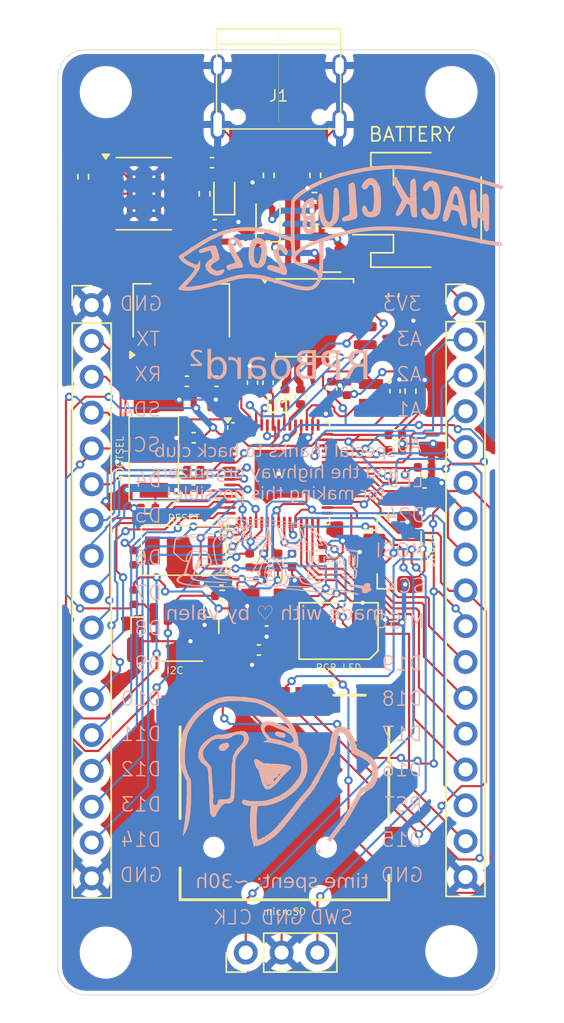
<source format=kicad_pcb>
(kicad_pcb (version 20241229) (generator "pcbnew") (generator_version "9.0")
  (layers (0 "F.Cu" signal) (2 "B.Cu" signal) (13 "F.Paste" user) (15 "B.Paste" user) (5 "F.SilkS" user "F.Silkscreen") (7 "B.SilkS" user "B.Silkscreen") (1 "F.Mask" user) (3 "B.Mask" user) (25 "Edge.Cuts" user))
  (net 0 "")
  (net 1 "GND")
  (net 2 "MOSFET_OUT")
  (net 3 "QSPI_SS")
  (net 4 "+1V1")
  (net 5 "Net-(U1-VREG_AVDD)")
  (net 6 "XIN")
  (net 7 "Net-(C20-Pad2)")
  (net 8 "VBUS")
  (net 9 "+BATT")
  (net 10 "Net-(D1-K)")
  (net 11 "NEOPIXEL")
  (net 13 "Net-(J1-CC2)")
  (net 14 "unconnected-(J1-SBU1-PadA8)")
  (net 15 "USB_D-")
  (net 16 "USB_D+")
  (net 17 "Net-(J1-CC1)")
  (net 18 "SWD")
  (net 19 "SWCLK")
  (net 20 "MISO")
  (net 21 "SD_CS")
  (net 23 "MOSI")
  (net 24 "SCK")
  (net 26 "SCL")
  (net 27 "SDA")
  (net 28 "Net-(U1-VREG_LX)")
  (net 29 "/USB_DP")
  (net 30 "/USB_DN")
  (net 31 "Net-(R6-Pad1)")
  (net 32 "XOUT")
  (net 33 "Net-(R8-Pad2)")
  (net 34 "Net-(U4-~{CHRG})")
  (net 35 "Net-(U4-PROG)")
  (net 36 "RUN")
  (net 37 "GPIO4")
  (net 38 "QSPI_SCLK")
  (net 39 "RX")
  (net 40 "GPIO12")
  (net 41 "GPIO5")
  (net 42 "GPIO18")
  (net 43 "TX")
  (net 44 "GPIO19")
  (net 45 "GPIO11")
  (net 46 "A3")
  (net 47 "GPIO16")
  (net 48 "GPIO24")
  (net 49 "GPIO15")
  (net 50 "GPIO14")
  (net 51 "A0")
  (net 52 "QSPI_SD1")
  (net 53 "GPIO10")
  (net 54 "QSPI_SD3")
  (net 55 "A2")
  (net 56 "GPIO13")
  (net 57 "GPIO17")
  (net 58 "GPIO8")
  (net 59 "A1")
  (net 60 "QSPI_SD0")
  (net 61 "QSPI_SD2")
  (net 62 "GPIO7")
  (net 63 "GPIO6")
  (net 64 "GPIO9")
  (net 65 "+3V3")
  (footprint "LED_SMD:LED_SK6812MINI_PLCC4_3.5x3.5mm_P1.75mm" (layer "F.Cu") (at 131.5 87.2)
    (property "Reference" "D2" (hide yes))
    (property "Value" "SK6812MINI-HS")
  )
  (footprint "MountingHole:MountingHole_3.2mm_M3" (layer "F.Cu") (at 139.5 109.9)
    (property "Reference" "H2" (hide yes))
    (property "Value" "MountingHole")
  )
  (footprint "LED_SMD:LED_0603_1608Metric" (layer "F.Cu") (at 123.4 56.2 90)
    (property "Reference" "D1" (hide yes))
    (property "Value" "LED")
  )
  (footprint "Capacitor_SMD:C_0402_1005Metric" (layer "F.Cu") (at 121.23 75.8 180)
    (property "Reference" "C15" (hide yes))
    (property "Value" "100n")
  )
  (footprint "Connector_PinHeader_2.54mm:PinHeader_1x03_P2.54mm_Vertical" (layer "F.Cu") (at 124.92 110 90)
    (property "Reference" "J8" (hide yes))
    (property "Value" "Conn_01x03")
  )
  (footprint "TF-01A:TF-01A" (layer "F.Cu") (at 127.6638 99)
    (property "Reference" "J4" (hide yes))
    (property "Value" "Micro_SD_Card")
  )
  (footprint "Connector_JST:JST_SH_BM03B-SRSS-TB_1x03-1MP_P1.00mm_Vertical" (layer "F.Cu") (at 135.35 81.6 -90)
    (property "Reference" "J2" (hide yes))
    (property "Value" "JST SWD")
  )
  (footprint "TS-1088-ARXXX:TS-1088-ARXXX" (layer "F.Cu") (at 118.4 75 -90)
    (property "Reference" "SW1" (hide yes))
    (property "Value" "SW_Push" (hide yes))
  )
  (footprint "Resistor_SMD:R_0402_1005Metric" (layer "F.Cu") (at 122 56.2 90)
    (property "Reference" "R9" (hide yes))
    (property "Value" "1k")
  )
  (footprint "Connector_PinHeader_2.54mm:PinHeader_1x17_P2.54mm_Vertical" (layer "F.Cu") (at 114 64.1)
    (property "Reference" "J9" (hide yes))
    (property "Value" "Conn_01x17")
  )
  (footprint "Capacitor_SMD:C_0402_1005Metric" (layer "F.Cu") (at 126.5 69.6 90)
    (property "Reference" "C13" (hide yes))
    (property "Value" "100n")
  )
  (footprint "Resistor_SMD:R_0402_1005Metric" (layer "F.Cu") (at 118 78.5 180)
    (property "Reference" "R6" (hide yes))
    (property "Value" "1k")
  )
  (footprint "Resistor_SMD:R_0402_1005Metric" (layer "F.Cu") (at 117 84.8 -90)
    (property "Reference" "R13" (hide yes))
    (property "Value" "10k")
  )
  (footprint "TYPE-C-31-M-12:TYPE-C-31-M-12" (layer "F.Cu") (at 127.25 47.1125 180)
    (property "Reference" "J1")
    (property "Value" "USB_C_Receptacle_USB2.0_16P")
  )
  (footprint "ABM8-272-T3:XTAL_ABM8-272-T3" (layer "F.Cu") (at 126.4 85.6 -90)
    (property "Reference" "Y1" (hide yes))
    (property "Value" "ABM8-272-T3")
  )
  (footprint "Resistor_SMD:R_0402_1005Metric" (layer "F.Cu") (at 128.8 70.6 90)
    (property "Reference" "R5" (hide yes))
    (property "Value" "27")
  )
  (footprint "Capacitor_SMD:C_0402_1005Metric" (layer "F.Cu") (at 122.72 58.4)
    (property "Reference" "C22" (hide yes))
    (property "Value" "10u")
  )
  (footprint "Capacitor_SMD:C_0402_1005Metric" (layer "F.Cu") (at 135.52 74.4)
    (property "Reference" "C14" (hide yes))
    (property "Value" "100n")
  )
  (footprint "Capacitor_SMD:C_0402_1005Metric" (layer "F.Cu") (at 126.2 82.2 90)
    (property "Reference" "C19" (hide yes))
    (property "Value" "15p")
  )
  (footprint "Capacitor_SMD:C_0402_1005Metric" (layer "F.Cu") (at 125.85 88.5488 180)
    (property "Reference" "C23" (hide yes))
    (property "Value" "100n")
  )
  (footprint "MountingHole:MountingHole_3.2mm_M3" (layer "F.Cu") (at 115 110)
    (property "Reference" "H3" (hide yes))
    (property "Value" "MountingHole")
  )
  (footprint "Resistor_SMD:R_0402_1005Metric" (layer "F.Cu") (at 129.85 54.9 -90)
    (property "Reference" "R1" (hide yes))
    (property "Value" "5.1K")
  )
  (footprint "Capacitor_SMD:C_0402_1005Metric" (layer "F.Cu") (at 130.35 81.6 -90)
    (property "Reference" "C9" (hide yes))
    (property "Value" "100n")
  )
  (footprint "Capacitor_SMD:C_0402_1005Metric" (layer "F.Cu") (at 135.5 70.2 90)
    (property "Reference" "C5" (hide yes))
    (property "Value" "4.7u")
  )
  (footprint "MountingHole:MountingHole_3.2mm_M3" (layer "F.Cu") (at 139.5 49)
    (property "Reference" "H4" (hide yes))
    (property "Value" "MountingHole")
  )
  (footprint "Capacitor_SMD:C_0402_1005Metric" (layer "F.Cu") (at 123.2 83.6)
    (property "Reference" "C20" (hide yes))
    (property "Value" "15p")
  )
  (footprint "Resistor_SMD:R_0402_1005Metric" (layer "F.Cu") (at 127.7 70.6 90)
    (property "Reference" "R4" (hide yes))
    (property "Value" "27")
  )
  (footprint "Connector_JST:JST_SH_BM04B-SRSS-TB_1x04-1MP_P1.00mm_Vertical" (layer "F.Cu") (at 119.9 87.325 180)
    (property "Reference" "J5" (hide yes))
    (property "Value" "JST I2C")
  )
  (footprint "Capacitor_SMD:C_0402_1005Metric" (layer "F.Cu") (at 120.75 69.5 180)
    (property "Reference" "C2" (hide yes))
    (property "Value" "10u")
  )
  (footprint "Capacitor_SMD:C_0402_1005Metric" (layer "F.Cu") (at 137.6 76.7)
    (property "Reference" "C8" (hide yes))
    (property "Value" "100n")
  )
  (footprint "Capacitor_SMD:C_0402_1005Metric" (layer "F.Cu") (at 131 70 90)
    (property "Reference" "C3" (hide yes))
    (property "Value" "4.7u")
  )
  (footprint "Capacitor_SMD:C_0402_1005Metric" (layer "F.Cu") (at 125.2 82.2 -90)
    (property "Reference" "C10" (hide yes))
    (property "Value" "100n")
  )
  (footprint "Capacitor_SMD:C_0402_1005Metric" (layer "F.Cu") (at 125.4 69.6 90)
    (property "Reference" "C6" (hide yes))
    (property "Value" "100n")
  )
  (footprint "Capacitor_SMD:C_0402_1005Metric" (layer "F.Cu") (at 135.52 73.3)
    (property "Reference" "C7" (hide yes))
    (property "Value" "100n")
  )
  (footprint "Package_SO:SOIC-8-1EP_3.9x4.9mm_P1.27mm_EP2.41x3.3mm_ThermalVias" (layer "F.Cu") (at 117.7 56.2)
    (property "Reference" "U4" (hide yes))
    (property "Value" "TP4056-42-ESOP8")
  )
  (footprint "Capacitor_SMD:C_0402_1005Metric" (layer "F.Cu") (at 121.21 77.2 180)
    (property "Reference" "C11" (hide yes))
    (property "Value" "100n")
  )
  (footprint "Resistor_SMD:R_0402_1005Metric" (layer "F.Cu") (at 123.25 84.7 180)
    (property "Reference" "R12" (hide yes))
    (property "Value" "10k")
  )
  (footprint "Capacitor_SMD:C_0402_1005Metric" (layer "F.Cu") (at 128.2 82.2 -90)
    (property "Reference" "C16" (hide yes))
    (property "Value" "4.7u")
  )
  (footprint "Capacitor_SMD:C_0402_1005Metric" (layer "F.Cu") (at 135.4 63.4 -90)
    (property "Reference" "C18" (hide yes))
    (property "Value" "100n")
  )
  (footprint "Connector_JST:JST_PH_S2B-PH-SM4-TB_1x02-1MP_P2.00mm_Horizontal" (layer "F.Cu") (at 137.1 57.35 90)
    (property "Reference" "J3" (hide yes))
    (property "Value" "Conn_01x02")
  )
  (footprint "Package_SO:SOIC-8_5.3x5.3mm_P1.27mm" (layer "F.Cu") (at 129.8 65)
    (property "Reference" "U3" (hide yes))
    (property "Value" "W25Q128JVS")
  )
  (footprint "Package_TO_SOT_SMD:SOT-223-3_TabPin2" (layer "F.Cu") (at 120.35 64.5 90)
    (property "Reference" "U2" (hide yes))
    (property "Value" "NCP1117-3.3_SOT223")
  )
  (footprint "Capacitor_SMD:C_0402_1005Metric" (layer "F.Cu") (at 132.1 70 90)
    (property "Reference" "C4" (hide yes))
    (property "Value" "4.7u")
  )
  (footprint "Resistor_SMD:R_0402_1005Metric" (layer "F.Cu") (at 129.79 56.5 180)
    (property "Reference" "R11" (hide yes))
    (property "Value" "10k")
  )
  (footprint "Resistor_SMD:R_0402_1005Metric" (layer "F.Cu") (at 113.4 55 90)
    (property "Reference" "R10" (hide yes))
    (property "Value" "5.1k")
  )
  (footprint "MountingHole:MountingHole_3.2mm_M3" (layer "F.Cu") (at 115 49)
    (property "Reference" "H1" (hide yes))
    (property "Value" "MountingHole")
  )
  (footprint "TS-1088-ARXXX:TS-1088-ARXXX" (layer "F.Cu") (at 120.525 81.5)
    (property "Reference" "SW2" (hide yes))
    (property "Value" "SW_Push" (hide yes))
  )
  (footprint "Resistor_SMD:R_0402_1005Metric" (layer "F.Cu") (at 127.2 82.2 90)
    (property "Reference" "R7" (hide yes))
    (property "Value" "1k")
  )
  (footprint "Resistor_SMD:R_0402_1005Metric" (layer "F.Cu") (at 126.55 54.9 -90)
    (property "Reference" "R2" (hide yes))
    (property "Value" "5.1K")
  )
  (footprint "Resistor_SMD:R_0402_1005Metric" (layer "F.Cu") (at 136.6 70.2 -90)
    (property "Reference" "R3" (hide yes))
    (property "Value" "33")
  )
  (footprint "Capacitor_SMD:C_0402_1005Metric" (layer "F.Cu") (at 122.85 69.5)
    (property "Reference" "C1" (hide yes))
    (property "Value" "10u")
  )
  (footprint "Resistor_SMD:R_0402_1005Metric" (layer "F.Cu") (at 117 82 -90)
    (property "Reference" "R8" (hide yes))
    (property "Value" "1k")
  )
  (footprint "Diode_SMD:D_SOD-323" (layer "F.Cu") (at 126.5 58 90)
    (property "Reference" "D3" (hide yes))
    (property "Value" "1N5819WS")
  )
  (footprint "Connector_PinHeader_2.54mm:PinHeader_1x17_P2.54mm_Vertical" (layer "F.Cu") (at 140.5 64)
    (property "Reference" "J6" (hide yes))
    (property "Value" "Conn_01x17")
  )
  (footprint "RP2350A:L_pol_2016" (layer "F.Cu") (at 133.8 70.4 -90)
    (property "Reference" "L1" (hide yes))
    (property "Value" "3.3u")
  )
  (footprint "Capacitor_SMD:C_0402_1005Metric" (layer "F.Cu") (at 122.53 54 180)
    (property "Reference" "C21" (hide yes))
    (property "Value" "10u")
  )
  (footprint "Package_DFN_QFN:QFN-60-1EP_7x7mm_P0.4mm_EP3.4x3.4mm" (layer "F.Cu") (at 127.25 76.05)
    (property "Reference" "U1")
    (property "Value" "RP2350_60QFN")
  )
  (footprint "Capacitor_SMD:C_0402_1005Metric" (layer "F.Cu") (at 137.6 75.6)
    (property "Reference" "C17" (hide yes))
    (property "Value" "100n")
  )
  (footprint "Capacitor_SMD:C_0402_1005Metric" (layer "F.Cu") (at 121.23 73.5 180)
    (property "Reference" "C12" (hide yes))
    (property "Value" "100n")
  )
  (footprint "Package_TO_SOT_SMD:SOT-23" (layer "F.Cu") (at 131 60.2)
    (property "Reference" "Q1" (hide yes))
    (property "Value" "AO3401A")
  )
  (footprint "Silkscreen:hack-club-2025" (layer "B.Cu") (at 131.65 58.64 180)
    (property "Reference" "G***" (hide yes))
    (property "Value" "LOGO" (hide yes))
  )
  (footprint "Silkscreen:heidi-highway-car" (layer "B.Cu") (at 126.5 82 180)
    (property "Reference" "G***" (hide yes))
    (property "Value" "LOGO" (hide yes))
  )
  (footprint "Silkscreen:orpheus-pf" (layer "B.Cu") (at 127.3 97.4 180)
    (property "Reference" "G***" (hide yes))
    (property "Value" "LOGO" (hide yes))
  )
  (gr_line (start 140.9 113) (end 113.6 113) (stroke (width 0.05)) (layer "Edge.Cuts"))
  (gr_line (start 111.6 111) (end 111.6 48) (stroke (width 0.05)) (layer "Edge.Cuts"))
  (gr_line (start 113.6 46) (end 140.9 46) (stroke (width 0.05)) (layer "Edge.Cuts"))
  (gr_arc (start 140.9 46) (mid 142.314214 46.585786) (end 142.9 48) (stroke (width 0.05)) (layer "Edge.Cuts"))
  (gr_arc (start 111.6 48) (mid 112.185786 46.585786) (end 113.6 46) (stroke (width 0.05)) (layer "Edge.Cuts"))
  (gr_arc (start 142.9 111) (mid 142.314214 112.414214) (end 140.9 113) (stroke (width 0.05)) (layer "Edge.Cuts"))
  (gr_arc (start 113.6 113) (mid 112.185786 112.414214) (end 111.6 111) (stroke (width 0.05)) (layer "Edge.Cuts"))
  (gr_line (start 142.9 48) (end 142.9 111) (stroke (width 0.05)) (layer "Edge.Cuts"))
  (gr_text "BOOTSEL" (at 116 75 90) (layer "F.SilkS") (effects (font (size 0.5 0.5) (thickness 0.0625))))
  (gr_text "RGB LED" (at 131.5 89.8 0) (layer "F.SilkS") (effects (font (size 0.5 0.5) (thickness 0.0625))))
  (gr_text "BATTERY" (at 136.7 52 0) (layer "F.SilkS") (effects (font (size 1 1) (thickness 0.125))))
  (gr_text "RESET" (at 120.525 79.2 0) (layer "F.SilkS") (effects (font (size 0.5 0.5) (thickness 0.0625))))
  (gr_text "DEBUG" (at 138 81.5 270) (layer "F.SilkS") (effects (font (size 0.5 0.5) (thickness 0.0625))))
  (gr_text "microSD" (at 127.6638 107.1 0) (layer "F.SilkS") (effects (font (size 0.5 0.5) (thickness 0.0625))))
  (gr_text "I2C" (at 119.9 90 0) (layer "F.SilkS") (effects (font (size 0.5 0.5) (thickness 0.0625))))
  (gr_text "D16" (at 136 97 0) (layer "B.SilkS") (effects (font (size 1 1) (thickness 0.1)) (justify mirror)))
  (gr_text "A3" (at 136.5 66.5 0) (layer "B.SilkS") (effects (font (size 1 1) (thickness 0.1)) (justify mirror)))
  (gr_text "special thanks to hack club\nand the highway organizers\nfor making this possible!" (at 127 76 0) (layer "B.SilkS") (effects (font (size 0.9 0.9) (thickness 0.1)) (justify mirror)))
  (gr_text "D17" (at 136 94.5 0) (layer "B.SilkS") (effects (font (size 1 1) (thickness 0.1)) (justify mirror)))
  (gr_text "D5" (at 118 79 0) (layer "B.SilkS") (effects (font (size 1 1) (thickness 0.1)) (justify mirror)))
  (gr_text "SCK" (at 136.2 84 0) (layer "B.SilkS") (effects (font (size 1 1) (thickness 0.1)) (justify mirror)))
  (gr_text "RST" (at 136.1 99.5 0) (layer "B.SilkS") (effects (font (size 1 1) (thickness 0.1)) (justify mirror)))
  (gr_text "SWD" (at 131 107.5 0) (layer "B.SilkS") (effects (font (size 1 1) (thickness 0.1)) (justify mirror)))
  (gr_text "D4" (at 118 76.5 0) (layer "B.SilkS") (effects (font (size 1 1) (thickness 0.1)) (justify mirror)))
  (gr_text "MISO" (at 135.8 86.5 0) (layer "B.SilkS") (effects (font (size 1 1) (thickness 0.1)) (justify mirror)))
  (gr_text "D15" (at 136 102 0) (layer "B.SilkS") (effects (font (size 1 1) (thickness 0.1)) (justify mirror)))
  (gr_text "D18" (at 136 92 0) (layer "B.SilkS") (effects (font (size 1 1) (thickness 0.1)) (justify mirror)))
  (gr_text "GND" (at 117.5 64 0) (layer "B.SilkS") (effects (font (size 1 1) (thickness 0.1)) (justify mirror)))
  (gr_text "D24" (at 136.2 79 0) (layer "B.SilkS") (effects (font (size 1 1) (thickness 0.1)) (justify mirror)))
  (gr_text "A2" (at 136.5 69 0) (layer "B.SilkS") (effects (font (size 1 1) (thickness 0.1)) (justify mirror)))
  (gr_text "D19" (at 136 89.5 0) (layer "B.SilkS") (effects (font (size 1 1) (thickness 0.1)) (justify mirror)))
  (gr_text "GND" (at 117.5 104.5 0) (layer "B.SilkS") (effects (font (size 1 1) (thickness 0.1)) (justify mirror)))
  (gr_text "time spent: ~30h" (at 127.5 105 0) (layer "B.SilkS") (effects (font (size 1 1) (thickness 0.1)) (justify mirror)))
  (gr_text "D11" (at 117.5 94.5 0) (layer "B.SilkS") (effects (font (size 1 1) (thickness 0.1)) (justify mirror)))
  (gr_text "D13" (at 117.5 99.5 0) (layer "B.SilkS") (effects (font (size 1 1) (thickness 0.1)) (justify mirror)))
  (gr_text "MOSI" (at 135.9 81.5 0) (layer "B.SilkS") (effects (font (size 1 1) (thickness 0.1)) (justify mirror)))
  (gr_text "D8" (at 118 87 0) (layer "B.SilkS") (effects (font (size 1 1) (thickness 0.1)) (justify mirror)))
  (gr_text "LED" (at 136.2 76.5 0) (layer "B.SilkS") (effects (font (size 1 1) (thickness 0.1)) (justify mirror)))
  (gr_text "3V3" (at 136 64 0) (layer "B.SilkS") (effects (font (size 1 1) (thickness 0.1)) (justify mirror)))
  (gr_text "CLK" (at 124 107.5 0) (layer "B.SilkS") (effects (font (size 1 1) (thickness 0.1)) (justify mirror)))
  (gr_text "SDA" (at 117.5 71.5 0) (layer "B.SilkS") (effects (font (size 1 1) (thickness 0.1)) (justify mirror)))
  (gr_text "D12" (at 117.5 97 0) (layer "B.SilkS") (effects (font (size 1 1) (thickness 0.1)) (justify mirror)))
  (gr_text "TX" (at 118 66.5 0) (layer "B.SilkS") (effects (font (size 1 1) (thickness 0.1)) (justify mirror)))
  (gr_text "D14" (at 117.5 102 0) (layer "B.SilkS") (effects (font (size 1 1) (thickness 0.1)) (justify mirror)))
  (gr_text "RPBoard²" (at 127.322979 68.5 0) (layer "B.SilkS") (effects (font (size 2 2) (thickness 0.1)) (justify mirror)))
  (gr_text "A0" (at 136.5 74 0) (layer "B.SilkS") (effects (font (size 1 1) (thickness 0.1)) (justify mirror)))
  (gr_text "D7" (at 118 84.5 0) (layer "B.SilkS") (effects (font (size 1 1) (thickness 0.1)) (justify mirror)))
  (gr_text "D10" (at 117.5 92 0) (layer "B.SilkS") (effects (font (size 1 1) (thickness 0.1)) (justify mirror)))
  (gr_text "RX" (at 118 69 0) (layer "B.SilkS") (effects (font (size 1 1) (thickness 0.1)) (justify mirror)))
  (gr_text "D9" (at 118 89.5 0) (layer "B.SilkS") (effects (font (size 1 1) (thickness 0.1)) (justify mirror)))
  (gr_text "GND" (at 127.5 107.5 0) (layer "B.SilkS") (effects (font (size 1 1) (thickness 0.1)) (justify mirror)))
  (gr_text "SCL" (at 117.5 74 0) (layer "B.SilkS") (effects (font (size 1 1) (thickness 0.1)) (justify mirror)))
  (gr_text "A1" (at 136.5 71.5 0) (layer "B.SilkS") (effects (font (size 1 1) (thickness 0.1)) (justify mirror)))
  (gr_text "GND" (at 136 104.5 0) (layer "B.SilkS") (effects (font (size 1 1) (thickness 0.1)) (justify mirror)))
  (gr_text "D6" (at 118 82 0) (layer "B.SilkS") (effects (font (size 1 1) (thickness 0.1)) (justify mirror)))
  (gr_text "made with ♡ by valen" (at 127 86 0) (layer "B.SilkS") (effects (font (size 1 1) (thickness 0.1)) (justify mirror)))
  (segment (start 127.55 86.475) (end 127 86.475) (width 0.15) (layer "F.Cu") (net 1))
  (segment (start 120.73 77.2) (end 120 77.2) (width 0.15) (layer "F.Cu") (net 1))
  (segment (start 138.789 76.7) (end 138.8 76.711) (width 0.15) (layer "F.Cu") (net 1))
  (segment (start 125.25 84.725) (end 125.25 84.35) (width 0.15) (layer "F.Cu") (net 1))
  (segment (start 120.27 69.5) (end 120.27 70.73) (width 0.15) (layer "F.Cu") (net 1))
  (segment (start 132.1 69.52) (end 131 69.52) (width 0.15) (layer "F.Cu") (net 1))
  (segment (start 115.86 56.2) (end 115.225 56.835) (width 0.15) (layer "F.Cu") (net 1))
  (segment (start 137.34724 78.824999) (end 137.025001 78.824999) (width 0.15) (layer "F.Cu") (net 1))
  (segment (start 125.37 89.63) (end 125.37 89.6) (width 0.15) (layer "F.Cu") (net 1))
  (segment (start 135.5 69.72) (end 135.5 69.679317) (width 0.15) (layer "F.Cu") (net 1))
  (segment (start 131.545 51.2925) (end 130.625 52.2125) (width 0.15) (layer "F.Cu") (net 1))
  (segment (start 125.37 89.6) (end 125.37 88.5488) (width 0.15) (layer "F.Cu") (net 1))
  (segment (start 137.576 81.498902) (end 137.474528 81.39743) (width 0.15) (layer "F.Cu") (net 1))
  (segment (start 130.35 82.08) (end 131.334588 82.08) (width 0.15) (layer "F.Cu") (net 1))
  (segment (start 116.526 78.026) (end 117 78.5) (width 0.15) (layer "F.Cu") (net 1))
  (segment (start 129.75 86.325) (end 129.75 86.140597) (width 0.15) (layer "F.Cu") (net 1))
  (segment (start 122.8 70.8) (end 122.8 70.6) (width 0.15) (layer "F.Cu") (net 1))
  (segment (start 125.4 68.6) (end 125.2 68.4) (width 0.15) (layer "F.Cu") (net 1))
  (segment (start 125.019086 85.430912) (end 125.019086 84.955914) (width 0.15) (layer "F.Cu") (net 1))
  (segment (start 123.2 58.4) (end 124.2 58.4) (width 0.15) (layer "F.Cu") (net 1))
  (segment (start 115.225 54.295) (end 113.595 54.295) (width 0.15) (layer "F.Cu") (net 1))
  (segment (start 129.65 72.137581) (end 129.987581 71.8) (width 0.15) (layer "F.Cu") (net 1))
  (segment (start 121 87.925) (end 117.7 87.925) (width 0.15) (layer "F.Cu") (net 1))
  (segment (start 116.526 77.2) (end 116.526 78.026) (width 0.15) (layer "F.Cu") (net 1))
  (segment (start 135.5 69.679317) (end 135.804317 69.375) (width 0.15) (layer "F.Cu") (net 1))
  (segment (start 120 73.511) (end 120.739 73.511) (width 0.15) (layer "F.Cu") (net 1))
  (segment (start 126.5 69.12) (end 125.4 69.12) (width 0.15) (layer "F.Cu") (net 1))
  (segment (start 137.576 82.938588) (end 137.576 81.498902) (width 0.15) (layer "F.Cu") (net 1))
  (segment (start 129.28 56.5) (end 129.28 55.81) (width 0.15) (layer "F.Cu") (net 1))
  (segment (start 122.7 88.525) (end 122.1 87.925) (width 0.15) (layer "F.Cu") (net 1))
  (segment (start 133 81.6) (end 134.025 81.6) (width 0.15) (layer "F.Cu") (net 1))
  (segment (start 136.614588 83.9) (end 137.576 82.938588) (width 0.15) (layer "F.Cu") (net 1))
  (segment (start 127 86.475) (end 125.25 84.725) (width 0.15) (layer "F.Cu") (net 1))
  (segment (start 122.513413 83.806587) (end 122.72 83.6) (width 0.15) (layer "F.Cu") (net 1))
  (segment (start 131.57 51.2925) (end 131.57 47.1125) (width 0.15) (layer "F.Cu") (net 1))
  (segment (start 127.7 86.325) (end 127.55 86.475) (width 0.15) (layer "F.Cu") (net 1))
  (segment (start 118.435 56.835) (end 120.175 56.835) (width 0.15) (layer "F.Cu") (net 1))
  (segment (start 122.8 70.6) (end 123.33 70.07) (width 0.15) (layer "F.Cu") (net 1))
  (segment (start 113.595 54.295) (end 113.4 54.49) (width 0.15) (layer "F.Cu") (net 1))
  (segment (start 127.46 95.1926) (end 127.46 110) (width 0.15) (layer "F.Cu") (net 1))
  (segment (start 126 83.6) (end 126.2 83.4) (width 0.15) (layer "F.Cu") (net 1))
  (segment (start 130.625 52.2125) (end 130.625 55.425) (width 0.15) (layer "F.Cu") (net 1))
  (segment (start 137.6 71.385412) (end 137.6 69.4) (width 0.15) (layer "F.Cu") (net 1))
  (segment (start 121.4 86.174) (end 122 86.774) (width 0.15) (layer "F.Cu") (net 1))
  (segment (start 138.08 74.046) (end 138.2 73.926) (width 0.15) (layer "F.Cu") (net 1))
  (segment (start 117 78.5) (end 115.5 78.5) (width 0.15) (layer "F.Cu") (net 1))
  (segment (start 129.28 55.81) (end 129.29 55.8) (width 0.15) (layer "F.Cu") (net 1))
  (segment (start 120.75 75.8) (end 116.4 75.8) (width 0.15) (layer "F.Cu") (net 1))
  (segment (start 117.7 56.2) (end 115.86 56.2) (width 0.15) (layer "F.Cu") (net 1))
  (segment (start 129.75 86.325) (end 127.7 86.325) (width 0.15) (layer "F.Cu") (net 1))
  (segment (start 125.4 69.12) (end 125.4 68.6) (width 0.15) (layer "F.Cu") (net 1))
  (segment (start 123.33 70.07) (end 123.33 69.5) (width 0.15) (layer "F.Cu") (net 1))
  (segment (start 138.08 75.6) (end 138.08 74.046) (width 0.15) (layer "F.Cu") (net 1))
  (segment (start 125.41 55.41) (end 125.4 55.4) (width 0.15) (layer "F.Cu") (net 1))
  (segment (start 128.2 83.2) (end 128.2 82.68) (width 0.15) (layer "F.Cu") (net 1))
  (segment (start 129.987581 71.8) (end 130.6 71.8) (width 0.15) (layer "F.Cu") (net 1))
  (segment (start 129.65 72.6) (end 129.65 73.195017) (width 0.15) (layer "F.Cu") (net 1))
  (segment (start 118.05 67.65) (end 117.55 67.65) (width 0.15) (layer "F.Cu") (net 1))
  (segment (start 135.802975 86.402975) (end 136 86.6) (width 0.15) (layer "F.Cu") (net 1))
  (segment (start 127.46 95.1926) (end 124.3936 92.1262) (width 0.15) (layer "F.Cu") (net 1))
  (segment (start 117.7 56.2) (end 117.8 56.2) (width 0.15) (layer "F.Cu") (net 1))
  (segment (start 131.8 81.614588) (end 131.8 80.8) (width 0.15) (layer "F.Cu") (net 1))
  (segment (start 128.393413 83.393413) (end 128.2 83.2) (width 0.15) (layer "F.Cu") (net 1))
  (segment (start 137.025001 78.824999) (end 136.55 79.3) (width 0.15) (layer "F.Cu") (net 1))
  (segment (start 131.826663 69.793337) (end 132.1 69.52) (width 0.15) (layer "F.Cu") (net 1))
  (segment (start 115.5 78.5) (end 115 78) (width 0.15) (layer "F.Cu") (net 1))
  (segment (start 131.356239 84.534358) (end 131.83797 84.534358) (width 0.15) (layer "F.Cu") (net 1))
  (segment (start 120.27 70.73) (end 120.2 70.8) (width 0.15) (layer "F.Cu") (net 1))
  (segment (start 122.93 51.2925) (end 122.93 47.1125) (width 0.15) (layer "F.Cu") (net 1))
  (segment (start 117.7 56.2) (end 115.795 54.295) (width 0.15) (layer "F.Cu") (net 1))
  (segment (start 134.797025 86.402975) (end 135.802975 86.402975) (width 0.15) (layer "F.Cu") (net 1))
  (segment (start 131.596169 69.793337) (end 131.826663 69.793337) (width 0.15) (layer "F.Cu") (net 1))
  (segment (start 124.3936 90.6064) (end 125.37 89.63) (width 0.15) (layer "F.Cu") (net 1))
  (segment (start 125.25 84.35) (end 126 83.6) (width 0.15) (layer "F.Cu") (net 1))
  (segment (start 116.4 75.8) (end 115.8 75.2) (width 0.15) (layer "F.Cu") (net 1))
  (segment (start 132.503612 85.2) (end 133.2 85.2) (width 0.15) (layer "F.Cu") (net 1))
  (segment (start 115.795 54.295) (end 115.225 54.295) (width 0.15) (layer "F.Cu") (net 1))
  (segment (start 131.83797 84.534358) (end 132.503612 85.2) (width 0.15) (layer "F.Cu") (net 1))
  (segment (start 131.57 51.2925) (end 131.545 51.2925) (width 0.15) (layer "F.Cu") (net 1))
  (segment (start 136 73.3) (end 136 73.926) (width 0.15) (layer "F.Cu") (net 1))
  (segment (start 117.55 67.65) (end 114 64.1) (width 0.15) (layer "F.Cu") (net 1))
  (segment (start 129.65 72.6) (end 129.65 72.137581) (width 0.15) (layer "F.Cu") (net 1))
  (segment (start 116.46597 80.95597) (end 117 81.49) (width 0.15) (layer "F.Cu") (net 1))
  (segment (start 122.955 51.2925) (end 123.875 52.2125) (width 0.15) (layer "F.Cu") (net 1))
  (segment (start 127.55 86.475) (end 127.525 86.475) (width 0.15) (layer "F.Cu") (net 1))
  (segment (start 124.2 58.4) (end 124.4 58.2) (width 0.15) (layer "F.Cu") (net 1))
  (segment (start 120.739 73.511) (end 120.75 73.5) (width 0.15) (layer "F.Cu") (net 1))
  (segment (start 130.625 55.425) (end 131.55 56.35) (width 0.15) (layer "F.Cu") (net 1))
  (segment (start 124.3936 91.8262) (end 124.3936 90.6064) (width 0.15) (layer "F.Cu") (net 1))
  (segment (start 121.806587 83.806587) (end 122.513413 83.806587) (width 0.15) (layer "F.Cu") (net 1))
  (segment (start 126.2 83.4) (end 126.2 82.68) (width 0.15) (layer "F.Cu") (net 1))
  (segment (start 122.93 51.2925) (end 122.955 51.2925) (width 0.15) (layer "F.Cu") (net 1))
  (segment (start 136 73.3) (end 136 72.985412) (width 0.15) (layer "F.Cu") (net 1))
  (segment (start 128.393413 83.606587) (end 128.393413 83.393413) (width 0.15) (layer "F.Cu") (net 1))
  (segment (start 136 74.4) (end 136 73.926) (width 0.15) (layer "F.Cu") (net 1))
  (segment (start 127.525 86.475) (end 126.4 87.6) (width 0.15) (layer "F.Cu") (net 1))
  (segment (start 136.225 83.9) (end 136.614588 83.9) (width 0.15) (layer "F.Cu") (net 1))
  (segment (start 124.3936 92.1262) (end 124.3936 91.8262) (width 0.15) (layer "F.Cu") (net 1))
  (segment (start 129.75 86.140597) (end 131.356239 84.534358) (width 0.15) (layer "F.Cu") (net 1))
  (segment (start 116.341992 80.95597) (end 116.46597 80.95597) (width 0.15) (layer "F.Cu") (net 1))
  (segment (start 131.55 56.35) (end 134.25 56.35) (width 0.15) (layer "F.Cu") (net 1))
  (segment (start 138.08 76.7) (end 138.789 76.7) (width 0.15) (layer "F.Cu") (net 1))
  (segment (start 121.4 86) (end 121.4 86.174) (width 0.15) (layer "F.Cu") (net 1))
  (segment (start 117.7 87.925) (end 117.1 88.525) (width 0.15) (layer "F.Cu") (net 1))
  (segment (start 129.65 73.195017) (end 129.346771 73.498246) (width 0.15) (layer "F.Cu") (net 1))
  (segment (start 122.1 87.925) (end 121 87.925) (width 0.15) (layer "F.Cu") (net 1))
  (segment (start 126.55 55.41) (end 125.41 55.41) (width 0.15) (layer "F.Cu") (net 1))
  (segment (start 125.019086 84.955914) (end 125.25 84.725) (width 0.15) (layer "F.Cu") (net 1))
  (segment (start 117.8 56.2) (end 118.435 56.835) (width 0.15) (layer "F.Cu") (net 1))
  (segment (start 131.334588 82.08) (end 131.8 81.614588) (width 0.15) (layer "F.Cu") (net 1))
  (segment (start 117.49 78.5) (end 117 78.5) (width 0.15) (layer "F.Cu") (net 1))
  (segment (start 136 72.985412) (end 137.6 71.385412) (width 0.15) (layer "F.Cu") (net 1))
  (via (at 137.34724 78.824999) (size 0.6) (drill 0.3) (layers "F.Cu" "B.Cu") (net 1))
  (via (at 125.2 68.4) (size 0.6) (drill 0.3) (layers "F.Cu" "B.Cu") (net 1))
  (via (at 122.8 70.8) (size 0.6) (drill 0.3) (layers "F.Cu" "B.Cu") (net 1))
  (via (at 131.356239 84.534358) (size 0.6) (drill 0.3) (layers "F.Cu" "B.Cu") (net 1))
  (via (at 135.804317 69.375) (size 0.6) (drill 0.3) (layers "F.Cu" "B.Cu") (net 1))
  (via (at 126 83.6) (size 0.6) (drill 0.3) (layers "F.Cu" "B.Cu") (net 1))
  (via (at 128.393413 83.606587) (size 0.6) (drill 0.3) (layers "F.Cu" "B.Cu") (net 1))
  (via (at 125.4 55.4) (size 0.6) (drill 0.3) (layers "F.Cu" "B.Cu") (net 1))
  (via (at 125.019086 85.430912) (size 0.6) (drill 0.3) (layers "F.Cu" "B.Cu") (net 1))
  (via (at 127.25 76.05) (size 0.6) (drill 0.3) (layers "F.Cu" "B.Cu") (net 1))
  (via (at 115 78) (size 0.6) (drill 0.3) (layers "F.Cu" "B.Cu") (net 1))
  (via (at 138.2 73.926) (size 0.6) (drill 0.3) (layers "F.Cu" "B.Cu") (net 1))
  (via (at 124.4 58.2) (size 0.6) (drill 0.3) (layers "F.Cu" "B.Cu") (net 1))
  (via (at 136 86.6) (size 0.6) (drill 0.3) (layers "F.Cu" "B.Cu") (net 1))
  (via (at 116.526 77.2) (size 0.6) (drill 0.3) (layers "F.Cu" "B.Cu") (net 1))
  (via (at 131.8 80.8) (size 0.6) (drill 0.3) (layers "F.Cu" "B.Cu") (net 1))
  (via (at 120 77.2) (size 0.6) (drill 0.3) (layers "F.Cu" "B.Cu") (net 1))
  (via (at 120 73.511) (size 0.6) (drill 0.3) (layers "F.Cu" "B.Cu") (net 1))
  (via (at 129.29 55.8) (size 0.6) (drill 0.3) (layers "F.Cu" "B.Cu") (net 1))
  (via (at 126.4 87.6) (size 0.6) (drill 0.3) (layers "F.Cu" "B.Cu") (net 1))
  (via (at 133 81.6) (size 0.6) (drill 0.3) (layers "F.Cu" "B.Cu") (net 1))
  (via (at 136.8 65.2) (size 0.6) (drill 0.3) (layers "F.Cu" "B.Cu") (net 1))
  (via (at 133.2 85.2) (size 0.6) (drill 0.3) (layers "F.Cu" "B.Cu") (net 1))
  (via (at 116.341992 80.95597) (size 0.6) (drill 0.3) (layers "F.Cu" "B.Cu") (net 1))
  (via (at 130.6 71.8) (size 0.6) (drill 0.3) (layers "F.Cu" "B.Cu") (net 1))
  (via (at 131.596169 69.793337) (size 0.6) (drill 0.3) (layers "F.Cu" "B.Cu") (net 1))
  (via (at 117 78.5) (size 0.6) (drill 0.3) (layers "F.Cu" "B.Cu") (net 1))
  (via (at 137.6 69.4) (size 0.6) (drill 0.3) (layers "F.Cu" "B.Cu") (net 1))
  (via (at 136.372239 79.47776) (size 0.6) (drill 0.3) (layers "F.Cu" "B.Cu") (net 1))
  (via (at 125.37 89.6) (size 0.6) (drill 0.3) (layers "F.Cu" "B.Cu") (net 1))
  (via (at 129.346771 73.498246) (size 0.6) (drill 0.3) (layers "F.Cu" "B.Cu") (net 1))
  (via (at 134.797025 86.402975) (size 0.6) (drill 0.3) (layers "F.Cu" "B.Cu") (net 1))
  (via (at 121 87.925) (size 0.6) (drill 0.3) (layers "F.Cu" "B.Cu") (net 1))
  (via (at 121.806587 83.806587) (size 0.6) (drill 0.3) (layers "F.Cu" "B.Cu") (net 1))
  (via (at 138.8 76.711) (size 0.6) (drill 0.3) (layers "F.Cu" "B.Cu") (net 1))
  (via (at 120.2 70.8) (size 0.6) (drill 0.3) (layers "F.Cu" "B.Cu") (net 1))
  (via (at 136 73.926) (size 0.6) (drill 0.3) (layers "F.Cu" "B.Cu") (net 1))
  (via (at 122 86.774) (size 0.6) (drill 0.3) (layers "F.Cu" "B.Cu") (net 1))
  (via (at 137.474528 81.39743) (size 0.6) (drill 0.3) (layers "F.Cu" "B.Cu") (net 1))
  (via (at 136.225 83.9) (size 0.6) (drill 0.3) (layers "F.Cu" "B.Cu") (net 1))
  (via (at 115.8 75.2) (size 0.6) (drill 0.3) (layers "F.Cu" "B.Cu") (net 1))
  (segment (start 133.2 85.2) (end 133.59405 85.2) (width 0.15) (layer "B.Cu") (net 1))
  (segment (start 137.474528 81.39743) (end 137.474528 80.580049) (width 0.15) (layer "B.Cu") (net 1))
  (segment (start 138.8 76.711) (end 138.8 77.372239) (width 0.15) (layer "B.Cu") (net 1))
  (segment (start 129.346771 73.953229) (end 127.25 76.05) (width 0.15) (layer "B.Cu") (net 1))
  (segment (start 125.37 88.63) (end 125.37 89.6) (width 0.15) (layer "B.Cu") (net 1))
  (segment (start 122 86.925) (end 121 87.925) (width 0.15) (layer "B.Cu") (net 1))
  (segment (start 133.59405 85.2) (end 134.797025 86.402975) (width 0.15) (layer "B.Cu") (net 1))
  (segment (start 130.6 70.789506) (end 131.596169 69.793337) (width 0.15) (layer "B.Cu") (net 1))
  (segment (start 136.225 86.375) (end 136.225 83.9) (width 0.15) (layer "B.Cu") (net 1))
  (segment (start 115.126 77.874) (end 115.126 75.874) (width 0.15) (layer "B.Cu") (net 1))
  (segment (start 137.474528 80.580049) (end 136.372239 79.47776) (width 0.15) (layer "B.Cu") (net 1))
  (segment (start 120 77.2) (end 116.526 77.2) (width 0.15) (layer "B.Cu") (net 1))
  (segment (start 130.624 81.161412) (end 130.624 81.638588) (width 0.15) (layer "B.Cu") (net 1))
  (segment (start 131.8 80.8) (end 130.985412 80.8) (width 0.15) (layer "B.Cu") (net 1))
  (segment (start 136 86.6) (end 136.225 86.375) (width 0.15) (layer "B.Cu") (net 1))
  (segment (start 130.6 71.8) (end 130.6 70.789506) (width 0.15) (layer "B.Cu") (net 1))
  (segment (start 132.2 80.8) (end 133 81.6) (width 0.15) (layer "B.Cu") (net 1))
  (segment (start 119.911 73.6) (end 120 73.511) (width 0.15) (layer "B.Cu") (net 1))
  (segment (start 122 86.774) (end 123.675998 86.774) (width 0.15) (layer "B.Cu") (net 1))
  (segment (start 115.8 75) (end 115.8 75.2) (width 0.15) (layer "B.Cu") (net 1))
  (segment (start 116.341992 80.95597) (end 116.651252 80.95597) (width 0.15) (layer "B.Cu") (net 1))
  (segment (start 126.4 87.6) (end 125.37 88.63) (width 0.15) (layer "B.Cu") (net 1))
  (segment (start 115 78) (end 115.126 77.874) (width 0.15) (layer "B.Cu") (net 1))
  (segment (start 129.346771 73.498246) (end 129.346771 73.953229) (width 0.15) (layer "B.Cu") (net 1))
  (segment (start 117.2 73.6) (end 115.8 75) (width 0.15) (layer "B.Cu") (net 1))
  (segment (start 117.2 73.6) (end 119.911 73.6) (width 0.15) (layer "B.Cu") (net 1))
  (segment (start 117 80.607223) (end 117 78.5) (width 0.15) (layer "B.Cu") (net 1))
  (segment (start 123.675998 86.774) (end 125.019086 85.430912) (width 0.15) (layer "B.Cu") (net 1))
  (segment (start 116.651252 80.95597) (end 117 80.607223) (width 0.15) (layer "B.Cu") (net 1))
  (segment (start 130.624 81.638588) (end 131.356239 82.370827) (width 0.15) (layer "B.Cu") (net 1))
  (segment (start 120.2 70.8) (end 122.8 70.8) (width 0.15) (layer "B.Cu") (net 1))
  (segment (start 130.624 81.161412) (end 130.985412 80.8) (width 0.15) (layer "B.Cu") (net 1))
  (segment (start 138.8 77.372239) (end 137.34724 78.824999) (width 0.15) (layer "B.Cu") (net 1))
  (segment (start 115.126 75.874) (end 115.8 75.2) (width 0.15) (layer "B.Cu") (net 1))
  (segment (start 122 86.774) (end 122 86.925) (width 0.15) (layer "B.Cu") (net 1))
  (segment (start 131.8 80.8) (end 132.2 80.8) (width 0.15) (layer "B.Cu") (net 1))
  (segment (start 136 73.926) (end 138.2 73.926) (width 0.15) (layer "B.Cu") (net 1))
  (segment (start 131.356239 82.370827) (end 131.356239 84.534358) (width 0.15) (layer "B.Cu") (net 1))
  (segment (start 127 59.55) (end 126.5 59.05) (width 0.438404) (layer "F.Cu") (net 2))
  (segment (start 122.37 67.93) (end 122.37 69.5) (width 0.438404) (layer "F.Cu") (net 2))
  (segment (start 126.5 59.05) (end 122.65 62.9) (width 0.438404) (layer "F.Cu") (net 2))
  (segment (start 122.65 67.65) (end 122.37 67.93) (width 0.438404) (layer "F.Cu") (net 2))
  (segment (start 127 60) (end 127 59.55) (width 0.438404) (layer "F.Cu") (net 2))
  (segment (start 122.65 62.9) (end 122.65 67.65) (width 0.438404) (layer "F.Cu") (net 2))
  (segment (start 130.0625 61.15) (end 130.0625 60.6625) (width 0.438404) (layer "F.Cu") (net 2))
  (segment (start 130.0625 60.6625) (end 129.8 60.4) (width 0.438404) (layer "F.Cu") (net 2))
  (via (at 129.8 60.4) (size 0.6) (drill 0.3) (layers "F.Cu" "B.Cu") (net 2))
  (via (at 127 60) (size 0.6) (drill 0.3) (layers "F.Cu" "B.Cu") (net 2))
  (segment (start 129.8 60.4) (end 127.4 60.4) (width 0.438404) (layer "B.Cu") (net 2))
  (segment (start 127.4 60.4) (end 127 60) (width 0.438404) (layer "B.Cu") (net 2))
  (segment (start 123.886 72.114) (end 123.886 65.114) (width 0.15) (layer "F.Cu") (net 3))
  (segment (start 123.8 72.2) (end 118.975 72.2) (width 0.15) (layer "F.Cu") (net 3))
  (segment (start 123.8 72.2) (end 123.886 72.114) (width 0.15) (layer "F.Cu") (net 3))
  (segment (start 123.886 65.114) (end 125.905 63.095) (width 0.15) (layer "F.Cu") (net 3))
  (segment (start 118.975 72.2) (end 118.4 72.775) (width 0.15) (layer "F.Cu") (net 3))
  (segment (start 125.905 63.095) (end 126.2125 63.095) (width 0.15) (layer "F.Cu") (net 3))
  (segment (start 124.200001 72.600001) (end 123.8 72.2) (width 0.15) (layer "F.Cu") (net 3))
  (segment (start 124.45 72.600001) (end 124.200001 72.600001) (width 0.15) (layer "F.Cu") (net 3))
  (segment (start 128.035041 73.499) (end 127.813795 73.499) (width 0.15) (layer "F.Cu") (net 4))
  (segment (start 130.7 75.65) (end 130.237579 75.65) (width 0.15) (layer "F.Cu") (net 4))
  (segment (start 130.4 69.88) (end 130.4 69) (width 0.15) (layer "F.Cu") (net 4))
  (segment (start 141.663 75.337) (end 139.463 75.337) (width 0.15) (layer "F.Cu") (net 4))
  (segment (start 124.8 74.712419) (end 124.262419 75.25) (width 0.15) (layer "F.Cu") (net 4))
  (segment (start 131 70.48) (end 130.4 69.88) (width 0.15) (layer "F.Cu") (net 4))
  (segment (start 130.6 68.8) (end 133.2 68.8) (width 0.15) (layer "F.Cu") (net 4))
  (segment (start 133.8 69.4) (end 133.8 69.7) (width 0.15) (layer "F.Cu") (net 4))
  (segment (start 128.450001 72.6) (end 128.450001 73.08404) (width 0.15) (layer "F.Cu") (net 4))
  (segment (start 131.8 71.4) (end 131.8 71.28) (width 0.15) (layer "F.Cu") (net 4))
  (segment (start 130.7 75.65) (end 136.2 75.65) (width 0.15) (layer "F.Cu") (net 4))
  (segment (start 129.226 78.026) (end 129.052 78.2) (width 0.15) (layer "F.Cu") (net 4))
  (segment (start 127.552501 78.2) (end 127.111338 78.641163) (width 0.15) (layer "F.Cu") (net 4))
  (segment (start 136.2 75.65) (end 137.07 75.65) (width 0.15) (layer "F.Cu") (net 4))
  (segment (start 137.07 75.65) (end 137.12 75.6) (width 0.15) (layer "F.Cu") (net 4))
  (segment (start 129.052 78.2) (end 127.552501 78.2) (width 0.15) (layer "F.Cu") (net 4))
  (segment (start 124.262419 75.25) (end 123.8 75.25) (width 0.15) (layer "F.Cu") (net 4))
  (segment (start 123.8 75.25) (end 123.15 75.25) (width 0.15) (layer "F.Cu") (net 4))
  (segment (start 130.4 69) (end 130.6 68.8) (width 0.15) (layer "F.Cu") (net 4))
  (segment (start 137.2 72.6) (end 139.66144 72.6) (width 0.15) (layer "F.Cu") (net 4))
  (segment (start 133.2 68.8) (end 133.8 69.4) (width 0.15) (layer "F.Cu") (net 4))
  (segment (start 131.8 71.28) (end 131 70.48) (width 0.15) (layer "F.Cu") (net 4))
  (segment (start 127.25 78.779825) (end 127.25 79.499999) (width 0.15) (layer "F.Cu") (net 4))
  (segment (start 136.2 76.125) (end 136.2 75.65) (width 0.15) (layer "F.Cu") (net 4))
  (segment (start 128.450001 73.08404) (end 128.035041 73.499) (width 0.15) (layer "F.Cu") (net 4))
  (segment (start 130.237579 75.65) (end 129.226 76.661579) (width 0.15) (layer "F.Cu") (net 4))
  (segment (start 122.6 75.8) (end 121.71 75.8) (width 0.15) (layer "F.Cu") (net 4))
  (segment (start 127.111338 78.641163) (end 127.25 78.779825) (width 0.15) (layer "F.Cu") (net 4))
  (segment (start 139.66144 72.6) (end 139.957756 72.896316) (width 0.15) (layer "F.Cu") (net 4))
  (segment (start 123.15 75.25) (end 122.6 75.8) (width 0.15) (layer "F.Cu") (net 4))
  (segment (start 124.8 74.6) (end 124.8 74.712419) (width 0.15) (layer "F.Cu") (net 4))
  (segment (start 141.8 75.2) (end 141.663 75.337) (width 0.15) (layer "F.Cu") (net 4))
  (segment (start 129.226 76.661579) (end 129.226 78.026) (width 0.15) (layer "F.Cu") (net 4))
  (segment (start 139.463 75.337) (end 139.093413 75.706587) (width 0.15) (layer "F.Cu") (net 4))
  (via (at 139.957756 72.896316) (size 0.6) (drill 0.3) (layers "F.Cu" "B.Cu") (net 4))
  (via (at 136.2 76.125) (size 0.6) (drill 0.3) (layers "F.Cu" "B.Cu") (net 4))
  (via (at 137.2 72.6) (size 0.6) (drill 0.3) (layers "F.Cu" "B.Cu") (net 4))
  (via (at 124.8 74.6) (size 0.6) (drill 0.3) (layers "F.Cu" "B.Cu") (net 4))
  (via (at 127.813795 73.499) (size 0.6) (drill 0.3) (layers "F.Cu" "B.Cu") (net 4))
  (via (at 128.2 81.72) (size 0.6) (drill 0.3) (layers "F.Cu" "B.Cu") (net 4))
  (via (at 127.111338 78.641163) (size 0.6) (drill 0.3) (layers "F.Cu" "B.Cu") (net 4))
  (via (at 141.8 75.2) (size 0.6) (drill 0.3) (layers "F.Cu" "B.Cu") (net 4))
  (via (at 131.8 71.4) (size 0.6) (drill 0.3) (layers "F.Cu" "B.Cu") (net 4))
  (via (at 139.093413 75.706587) (size 0.6) (drill 0.3) (layers "F.Cu" "B.Cu") (net 4))
  (segment (start 127.111338 78.641163) (end 126.8 78.952501) (width 0.15) (layer "B.Cu") (net 4))
  (segment (start 132 72.6) (end 132 71.6) (width 0.15) (layer "B.Cu") (net 4))
  (segment (start 140.842518 72.896316) (end 141.8 73.853798) (width 0.15) (layer "B.Cu") (net 4))
  (segment (start 132 71.6) (end 131.8 71.4) (width 0.15) (layer "B.Cu") (net 4))
  (segment (start 132 72.6) (end 137.2 72.6) (width 0.15) (layer "B.Cu") (net 4))
  (segment (start 126.847 82.047) (end 127.873 82.047) (width 0.15) (layer "B.Cu") (net 4))
  (segment (start 126.8 78.952501) (end 126.8 82) (width 0.15) (layer "B.Cu") (net 4))
  (segment (start 136.618413 75.706587) (end 136.2 76.125) (width 0.15) (layer "B.Cu") (net 4))
  (segment (start 126.8 82) (end 126.847 82.047) (width 0.15) (layer "B.Cu") (net 4))
  (segment (start 127.813795 73.499) (end 127.312795 74) (width 0.15) (layer "B.Cu") (net 4))
  (segment (start 139.957756 72.896316) (end 140.842518 72.896316) (width 0.15) (layer "B.Cu") (net 4))
  (segment (start 127.312795 74) (end 125.4 74) (width 0.15) (layer "B.Cu") (net 4))
  (segment (start 139.093413 75.706587) (end 136.618413 75.706587) (width 0.15) (layer "B.Cu") (net 4))
  (segment (start 141.8 73.853798) (end 141.8 75.2) (width 0.15) (layer "B.Cu") (net 4))
  (segment (start 125.4 74) (end 124.8 74.6) (width 0.15) (layer "B.Cu") (net 4))
  (segment (start 128.712795 72.6) (end 132 72.6) (width 0.15) (layer "B.Cu") (net 4))
  (segment (start 127.873 82.047) (end 128.2 81.72) (width 0.15) (layer "B.Cu") (net 4))
  (segment (start 127.813795 73.499) (end 128.712795 72.6) (width 0.15) (layer "B.Cu") (net 4))
  (segment (start 136.6 70.71) (end 135.53 70.71) (width 0.15) (layer "F.Cu") (net 5))
  (segment (start 135.5 71.152) (end 134.051999 72.600001) (width 0.15) (layer "F.Cu") (net 5))
  (segment (start 134.051999 72.600001) (end 130.05 72.600001) (width 0.15) (layer "F.Cu") (net 5))
  (segment (start 135.5 70.68) (end 135.5 71.152) (width 0.15) (layer "F.Cu") (net 5))
  (segment (start 135.53 70.71) (end 135.5 70.68) (width 0.15) (layer "F.Cu") (net 5))
  (segment (start 126.2 81.72) (end 126.45 81.47) (width 0.15) (layer "F.Cu") (net 6))
  (segment (start 130.6 84.175) (end 130.05 84.725) (width 0.15) (layer "F.Cu") (net 6))
  (segment (start 130.05 84.725) (end 127.55 84.725) (width 0.15) (layer "F.Cu") (net 6))
  (segment (start 126.45 81.47) (end 126.45 79.5) (width 0.15) (layer "F.Cu") (net 6))
  (via (at 130.6 84.175) (size 0.6) (drill 0.3) (layers "F.Cu" "B.Cu") (net 6))
  (via (at 126.2 81.72) (size 0.6) (drill 0.3) (layers "F.Cu" "B.Cu") (net 6))
  (segment (start 126.598 82.398) (end 126.2 82) (width 0.15) (layer "B.Cu") (net 6))
  (segment (start 126.2 82) (end 126.2 81.72) (width 0.15) (layer "B.Cu") (net 6))
  (segment (start 126.598 82.398) (end 128.494388 82.398) (width 0.15) (layer "B.Cu") (net 6))
  (segment (start 128.710976 82.614588) (end 130.6 82.614588) (width 0.15) (layer "B.Cu") (net 6))
  (segment (start 128.494388 82.398) (end 128.710976 82.614588) (width 0.15) (layer "B.Cu") (net 6))
  (segment (start 130.6 82.614588) (end 130.6 84.175) (width 0.15) (layer "B.Cu") (net 6))
  (segment (start 124.324 83.824666) (end 124.634939 83.513727) (width 0.15) (layer "F.Cu") (net 7))
  (segment (start 124.324 85.549) (end 124.324 83.824666) (width 0.15) (layer "F.Cu") (net 7))
  (segment (start 125.25 86.475) (end 124.324 85.549) (width 0.15) (layer "F.Cu") (net 7))
  (segment (start 123.766273 83.513727) (end 123.68 83.6) (width 0.15) (layer "F.Cu") (net 7))
  (segment (start 124.634939 83.513727) (end 123.766273 83.513727) (width 0.15) (layer "F.Cu") (net 7))
  (segment (start 127.2 83.6) (end 127.2 82.71) (width 0.15) (layer "F.Cu") (net 7))
  (via (at 124.634939 83.513727) (size 0.6) (drill 0.3) (layers "F.Cu" "B.Cu") (net 7))
  (via (at 127.2 83.6) (size 0.6) (drill 0.3) (layers "F.Cu" "B.Cu") (net 7))
  (segment (start 126.624 84.176) (end 127.2 83.6) (width 0.15) (layer "B.Cu") (net 7))
  (segment (start 125.297212 84.176) (end 126.624 84.176) (width 0.15) (layer "B.Cu") (net 7))
  (segment (start 124.634939 83.513727) (end 125.297212 84.176) (width 0.15) (layer "B.Cu") (net 7))
  (segment (start 123.4 55.4125) (end 123.108222 55.4125) (width 0.438404) (layer "F.Cu") (net 8))
  (segment (start 126.8 57.25) (end 126.5 56.95) (width 0.438404) (layer "F.Cu") (net 8))
  (segment (start 123.01 54.146126) (end 122.425924 54.730202) (width 0.438404) (layer "F.Cu") (net 8))
  (segment (start 129.55 52.2125) (end 129.55 51.287085) (width 0.438404) (layer "F.Cu") (net 8))
  (segment (start 124.325904 54) (end 123.01 54) (width 0.438404) (layer "F.Cu") (net 8))
  (segment (start 125.145202 51.091883) (end 124.720202 51.516883) (width 0.438404) (layer "F.Cu") (net 8))
  (segment (start 124.95 52.2125) (end 124.95 53.375904) (width 0.438404) (layer "F.Cu") (net 8))
  (segment (start 125.145202 50.473341) (end 125.145202 51.091883) (width 0.438404) (layer "F.Cu") (net 8))
  (segment (start 124.95 53.375904) (end 124.325904 54) (width 0.438404) (layer "F.Cu") (net 8))
  (segment (start 123.01 54) (end 123.01 54.146126) (width 0.438404) (layer "F.Cu") (net 8))
  (segment (start 123.108222 55.4125) (end 122.425924 54.730202) (width 0.438404) (layer "F.Cu") (net 8))
  (segment (start 126.8 58) (end 126.8 57.25) (width 0.438404) (layer "F.Cu") (net 8))
  (segment (start 120.610202 54.730202) (end 120.175 54.295) (width 0.438404) (layer "F.Cu") (net 8))
  (segment (start 113.105 58.105) (end 115.225 58.105) (width 0.438404) (layer "F.Cu") (net 8))
  (segment (start 112.825202 53.574798) (end 112.6 53.8) (width 0.438404) (layer "F.Cu") (net 8))
  (segment (start 119.454798 53.574798) (end 112.825202 53.574798) (width 0.438404) (layer "F.Cu") (net 8))
  (segment (start 129.354798 51.091883) (end 129.354798 50.554798) (width 0.438404) (layer "F.Cu") (net 8))
  (segment (start 130.3 56.7) (end 129.6 57.4) (width 0.438404) (layer "F.Cu") (net 8))
  (segment (start 124.720202 51.516883) (end 124.720202 52.2125) (width 0.438404) (layer "F.Cu") (net 8))
  (segment (start 129.55 51.287085) (end 129.354798 51.091883) (width 0.438404) (layer "F.Cu") (net 8))
  (segment (start 130.3 59.0125) (end 130.0625 59.25) (width 0.438404) (layer "F.Cu") (net 8))
  (segment (start 130.3 56.5) (end 130.3 56.7) (width 0.438404) (layer "F.Cu") (net 8))
  (segment (start 125.618543 50) (end 125.145202 50.473341) (width 0.438404) (layer "F.Cu") (net 8))
  (segment (start 120.175 54.295) (end 119.454798 53.574798) (width 0.438404) (layer "F.Cu") (net 8))
  (segment (start 112.6 57.6) (end 113.105 58.105) (width 0.438404) (layer "F.Cu") (net 8))
  (segment (start 122.425924 54.730202) (end 120.610202 54.730202) (width 0.438404) (layer "F.Cu") (net 8))
  (segment (start 124.9375 56.95) (end 123.4 55.4125) (width 0.438404) (layer "F.Cu") (net 8))
  (segment (start 126.5 56.95) (end 124.9375 56.95) (width 0.438404) (layer "F.Cu") (net 8))
  (segment (start 130.3 56.5) (end 130.3 59.0125) (width 0.438404) (layer "F.Cu") (net 8))
  (segment (start 129.354798 50.554798) (end 128.8 50) (width 0.438404) (layer "F.Cu") (net 8))
  (segment (start 128.8 50) (end 125.618543 50) (width 0.438404) (layer "F.Cu") (net 8))
  (segment (start 112.6 53.8) (end 112.6 57.6) (width 0.438404) (layer "F.Cu") (net 8))
  (via (at 129.6 57.4) (size 0.6) (drill 0.3) (layers "F.Cu" "B.Cu") (net 8))
  (via (at 126.8 58) (size 0.6) (drill 0.3) (layers "F.Cu" "B.Cu") (net 8))
  (segment (start 129.6 57.4) (end 127.4 57.4) (width 0.438404) (layer "B.Cu") (net 8))
  (segment (start 127.4 57.4) (end 126.8 58) (width 0.438404) (layer "B.Cu") (net 8))
  (segment (start 131.4 59.6625) (end 131.9375 60.2) (width 0.438404) (layer "F.Cu") (net 9))
  (segment (start 122.24 58.709999) (end 123.130001 59.6) (width 0.438404) (layer "F.Cu") (net 9))
  (segment (start 121.945 58.105) (end 122.24 58.4) (width 0.438404) (layer "F.Cu") (net 9))
  (segment (start 122.24 58.4) (end 122.24 58.709999) (width 0.438404) (layer "F.Cu") (net 9))
  (segment (start 131.4 59.4) (end 131.4 59.6625) (width 0.438404) (layer "F.Cu") (net 9))
  (segment (start 120.175 58.105) (end 121.945 58.105) (width 0.438404) (layer "F.Cu") (net 9))
  (segment (start 132.4 60.2) (end 134.25 58.35) (width 0.438404) (layer "F.Cu") (net 9))
  (segment (start 123.130001 59.6) (end 124 59.6) (width 0.438404) (layer "F.Cu") (net 9))
  (segment (start 131.9375 60.2) (end 132.4 60.2) (width 0.438404) (layer "F.Cu") (net 9))
  (via (at 131.4 59.4) (size 0.6) (drill 0.3) (layers "F.Cu" "B.Cu") (net 9))
  (via (at 124 59.6) (size 0.6) (drill 0.3) (layers "F.Cu" "B.Cu") (net 9))
  (segment (start 131.279798 59.279798) (end 131.4 59.4) (width 0.438404) (layer "B.Cu") (net 9))
  (segment (start 124 59.6) (end 124.320202 59.279798) (width 0.438404) (layer "B.Cu") (net 9))
  (segment (start 124.320202 59.279798) (end 131.279798 59.279798) (width 0.438404) (layer "B.Cu") (net 9))
  (segment (start 122.2775 56.9875) (end 122 56.71) (width 0.15) (layer "F.Cu") (net 10))
  (segment (start 123.4 56.9875) (end 122.2775 56.9875) (width 0.15) (layer "F.Cu") (net 10))
  (segment (start 136.4709 105.766) (end 141.158 105.766) (width 0.15) (layer "F.Cu") (net 11))
  (segment (start 131.8 91) (end 129.75 88.95) (width 0.15) (layer "F.Cu") (net 11))
  (segment (start 141.158 105.766) (end 142.275 104.649) (width 0.15) (layer "F.Cu") (net 11))
  (segment (start 139.954 77.286) (end 134.723806 77.286) (width 0.15) (layer "F.Cu") (net 11))
  (segment (start 129.75 88.95) (end 129.75 88.075) (width 0.15) (layer "F.Cu") (net 11))
  (segment (start 132.2 101.4951) (end 136.4709 105.766) (width 0.15) (layer "F.Cu") (net 11))
  (segment (start 134.723806 77.286) (end 133.887806 76.45) (width 0.15) (layer "F.Cu") (net 11))
  (segment (start 133.887806 76.45) (end 130.7 76.45) (width 0.15) (layer "F.Cu") (net 11))
  (segment (start 142.275 78.515) (end 140.5 76.74) (width 0.15) (layer "F.Cu") (net 11))
  (segment (start 142.275 104.649) (end 142.275 78.515) (width 0.15) (layer "F.Cu") (net 11))
  (segment (start 132.2 97.8) (end 132.2 101.4951) (width 0.15) (layer "F.Cu") (net 11))
  (segment (start 140.5 76.74) (end 139.954 77.286) (width 0.15) (layer "F.Cu") (net 11))
  (via (at 132.2 97.8) (size 0.6) (drill 0.3) (layers "F.Cu" "B.Cu") (net 11))
  (via (at 131.8 91) (size 0.6) (drill 0.3) (layers "F.Cu" "B.Cu") (net 11))
  (segment (start 132.2 91.4) (end 131.8 91) (width 0.15) (layer "B.Cu") (net 11))
  (segment (start 132.2 97.8) (end 132.2 91.4) (width 0.15) (layer "B.Cu") (net 11))
  (segment (start 125.5 53.34) (end 126.55 54.39) (width 0.15) (layer "F.Cu") (net 13))
  (segment (start 125.5 52.2125) (end 125.5 53.34) (width 0.15) (layer "F.Cu") (net 13))
  (segment (start 126 51.314111) (end 126 52.2125) (width 0.15) (layer "F.Cu") (net 14))
  (segment (start 126.453611 50.8605) (end 126 51.314111) (width 0.15) (layer "F.Cu") (net 14))
  (segment (start 128.423093 50.8605) (end 126.453611 50.8605) (width 0.15) (layer "F.Cu") (net 14))
  (segment (start 129 52.2125) (end 129 51.437407) (width 0.15) (layer "F.Cu") (net 14))
  (segment (start 129 51.437407) (end 128.423093 50.8605) (width 0.15) (layer "F.Cu") (net 14))
  (segment (start 127 53.1145) (end 127.099 53.2135) (width 0.15) (layer "F.Cu") (net 15))
  (segment (start 128.5708 69.380799) (end 128.5708 54.528959) (width 0.4384) (layer "F.Cu") (net 15))
  (segment (start 127.901 53.2135) (end 128.5708 53.8833) (width 0.15) (layer "F.Cu") (net 15))
  (segment (start 128 53.1145) (end 128 52.2125) (width 0.15) (layer "F.Cu") (net 15))
  (segment (start 128.8 70.09) (end 128.8 69.609999) (width 0.4384) (layer "F.Cu") (net 15))
  (segment (start 127.099 53.2135) (end 127.901 53.2135) (width 0.15) (layer "F.Cu") (net 15))
  (segment (start 128.5708 53.8833) (end 128.5708 54.528959) (width 0.15) (layer "F.Cu") (net 15))
  (segment (start 128.8 69.609999) (end 128.5708 69.380799) (width 0.4384) (layer "F.Cu") (net 15))
  (segment (start 127.901 53.2135) (end 128 53.1145) (width 0.15) (layer "F.Cu") (net 15))
  (segment (start 127 52.2125) (end 127 53.1145) (width 0.15) (layer "F.Cu") (net 15))
  (segment (start 126.5 51.3105) (end 126.599 51.2115) (width 0.15) (layer "F.Cu") (net 16))
  (segment (start 127.9292 69.380799) (end 127.9292 54.528959) (width 0.4384) (layer "F.Cu") (net 16))
  (segment (start 126.5 53.110888) (end 127.918071 54.528959) (width 0.15) (layer "F.Cu") (net 16))
  (segment (start 126.5 52.2125) (end 126.5 53.110888) (width 0.15) (layer "F.Cu") (net 16))
  (segment (start 127.7 70.09) (end 127.7 69.609999) (width 0.4384) (layer "F.Cu") (net 16))
  (segment (start 127.5 51.3105) (end 127.5 52.2125) (width 0.15) (layer "F.Cu") (net 16))
  (segment (start 127.401 51.2115) (end 127.5 51.3105) (width 0.15) (layer "F.Cu") (net 16))
  (segment (start 126.5 52.2125) (end 126.5 51.3105) (width 0.15) (layer "F.Cu") (net 16))
  (segment (start 126.599 51.2115) (end 127.401 51.2115) (width 0.15) (layer "F.Cu") (net 16))
  (segment (start 127.7 69.609999) (end 127.9292 69.380799) (width 0.4384) (layer "F.Cu") (net 16))
  (segment (start 127.918071 54.528959) (end 127.9292 54.528959) (width 0.15) (layer "F.Cu") (net 16))
  (segment (start 128.5 52.2125) (end 128.5 53.04) (width 0.15) (layer "F.Cu") (net 17))
  (segment (start 128.5 53.04) (end 129.85 54.39) (width 0.15) (layer "F.Cu") (net 17))
  (segment (start 135.4 81.676) (end 135.4 81.8) (width 0.15) (layer "F.Cu") (net 18))
  (segment (start 130 106.2) (end 130 110) (width 0.15) (layer "F.Cu") (net 18))
  (segment (start 136.675 81.425) (end 136.675 82.375) (width 0.15) (layer "F.Cu") (net 18))
  (segment (start 128.05 80.168735) (end 128.275 80.393735) (width 0.15) (layer "F.Cu") (net 18))
  (segment (start 135.4 81.8) (end 134.6 82.6) (width 0.15) (layer "F.Cu") (net 18))
  (segment (start 136.675 82.375) (end 137 82.7) (width 0.15) (layer "F.Cu") (net 18))
  (segment (start 130.2 106) (end 130 106.2) (width 0.15) (layer "F.Cu") (net 18))
  (segment (start 128.05 79.5) (end 128.05 80.168735) (width 0.15) (layer "F.Cu") (net 18))
  (segment (start 134.6 82.6) (end 134.025 82.6) (width 0.15) (layer "F.Cu") (net 18))
  (via (at 130.2 106) (size 0.6) (drill 0.3) (layers "F.Cu" "B.Cu") (net 18))
  (via (at 136.675 81.425) (size 0.6) (drill 0.3) (layers "F.Cu" "B.Cu") (net 18))
  (via (at 135.4 81.676) (size 0.6) (drill 0.3) (layers "F.Cu" "B.Cu") (net 18))
  (via (at 128.275 80.393735) (size 0.6) (drill 0.3) (layers "F.Cu" "B.Cu") (net 18))
  (via (at 137 82.7) (size 0.6) (drill 0.3) (layers "F.Cu" "B.Cu") (net 18))
  (segment (start 128.703611 79.2) (end 134 79.2) (width 0.15) (layer "B.Cu") (net 18))
  (segment (start 137.675 83.375) (end 137.675 98.525) (width 0.15) (layer "B.Cu") (net 18))
  (segment (start 136.65 81.4) (end 135.676 81.4) (width 0.15) (layer "B.Cu") (net 18))
  (segment (start 128.249 80.367735) (end 128.249 79.654611) (width 0.15) (layer "B.Cu") (net 18))
  (segment (start 137 82.7) (end 137.675 83.375) (width 0.15) (layer "B.Cu") (net 18))
  (segment (start 128.275 80.393735) (end 128.249 80.367735) (width 0.15) (layer "B.Cu") (net 18))
  (segment (start 128.249 79.654611) (end 128.703611 79.2) (width 0.15) (layer "B.Cu") (net 18))
  (segment (start 134 79.2) (end 135.4 80.6) (width 0.15) (layer "B.Cu") (net 18))
  (segment (start 135.676 81.4) (end 135.4 81.676) (width 0.15) (layer "B.Cu") (net 18))
  (segment (start 137.675 98.525) (end 130.2 106) (width 0.15) (layer "B.Cu") (net 18))
  (segment (start 136.675 81.425) (end 136.65 81.4) (width 0.15) (layer "B.Cu") (net 18))
  (segment (start 135.4 80.6) (end 135.4 81.676) (width 0.15) (layer "B.Cu") (net 18))
  (segment (start 127.65 79.5) (end 127.65 80.896683) (width 0.15) (layer "F.Cu") (net 19))
  (segment (start 124.92 106.28) (end 125.4 105.8) (width 0.15) (layer "F.Cu") (net 19))
  (segment (start 124.92 106.28) (end 124.92 110) (width 0.15) (layer "F.Cu") (net 19))
  (segment (start 134 79.8) (end 134.025 79.825) (width 0.15) (layer "F.Cu") (net 19))
  (segment (start 134.799999 80.6) (end 134.025 80.6) (width 0.15) (layer "F.Cu") (net 19))
  (segment (start 135.300999 81.101) (end 134.799999 80.6) (width 0.15) (layer "F.Cu") (net 19))
  (segment (start 134.025 79.825) (end 134.025 80.6) (width 0.15) (layer "F.Cu") (net 19))
  (segment (start 133.4 79.8) (end 134 79.8) (width 0.15) (layer "F.Cu") (net 19))
  (segment (start 136.1 82.7) (end 136.1 81.5) (width 0.15) (layer "F.Cu") (net 19))
  (segment (start 127.65 80.896683) (end 127.667038 80.913721) (width 0.15) (layer "F.Cu") (net 19))
  (segment (start 136.1 81.5) (end 135.701 81.101) (width 0.15) (layer "F.Cu") (net 19))
  (segment (start 135.701 81.101) (end 135.300999 81.101) (width 0.15) (layer "F.Cu") (net 19))
  (via (at 136.1 82.7) (size 0.6) (drill 0.3) (layers "F.Cu" "B.Cu") (net 19))
  (via (at 127.667038 80.913721) (size 0.6) (drill 0.3) (layers "F.Cu" "B.Cu") (net 19))
  (via (at 133.4 79.8) (size 0.6) (drill 0.3) (layers "F.Cu" "B.Cu") (net 19))
  (via (at 125.4 105.8) (size 0.6) (drill 0.3) (layers "F.Cu" "B.Cu") (net 19))
  (segment (start 128.513588 80.969735) (end 129 80.483323) (width 0.15) (layer "B.Cu") (net 19))
  (segment (start 136.1 82.7) (end 136.8 83.4) (width 0.15) (layer "B.Cu") (net 19))
  (segment (start 129 79.8) (end 133.4 79.8) (width 0.15) (layer "B.Cu") (net 19))
  (segment (start 127.723052 80.969735) (end 128.513588 80.969735) (width 0.15) (layer "B.Cu") (net 19))
  (segment (start 127.667038 80.913721) (end 127.723052 80.969735) (width 0.15) (layer "B.Cu") (net 19))
  (segment (start 136.8 83.4) (end 136.8 94.4) (width 0.15) (layer "B.Cu") (net 19))
  (segment (start 136.8 94.4) (end 125.4 105.8) (width 0.15) (layer "B.Cu") (net 19))
  (segment (start 129 80.483323) (end 129 79.8) (width 0.15) (layer "B.Cu") (net 19))
  (segment (start 123.2936 93.2936) (end 123.2936 91.8262) (width 0.15) (layer "F.Cu") (net 20))
  (segment (start 138 80.75) (end 135.556612 80.75) (width 0.15) (layer "F.Cu") (net 20))
  (segment (start 133.8 96.2) (end 131.4 93.8) (width 0.15) (layer "F.Cu") (net 20))
  (segment (start 138.25 96.6) (end 137.3 96.6) (width 0.15) (layer "F.Cu") (net 20))
  (segment (start 138.6 84.4) (end 138.25 84.4) (width 0.15) (layer "F.Cu") (net 20))
  (segment (start 130.7 78.45) (end 132.496389 78.45) (width 0.15) (layer "F.Cu") (net 20))
  (segment (start 137.3 96.6) (end 137.1 96.4) (width 0.15) (layer "F.Cu") (net 20))
  (segment (start 134.006612 79.2) (end 135.556612 80.75) (width 0.15) (layer "F.Cu") (net 20))
  (segment (start 138.25 81) (end 138 80.75) (width 0.15) (layer "F.Cu") (net 20))
  (segment (start 132.496389 78.45) (end 132.8 78.753611) (width 0.15) (layer "F.Cu") (net 20))
  (segment (start 132.8 78.753611) (end 132.8 79.2) (width 0.15) (layer "F.Cu") (net 20))
  (segment (start 138.25 84.4) (end 138.25 81) (width 0.15) (layer "F.Cu") (net 20))
  (segment (start 139.8 85.6) (end 138.6 84.4) (width 0.15) (layer "F.Cu") (net 20))
  (segment (start 135.92 96.2) (end 133.8 96.2) (width 0.15) (layer "F.Cu") (net 20))
  (segment (start 132.8 79.2) (end 134.006612 79.2) (width 0.15) (layer "F.Cu") (net 20))
  (segment (start 123.4 93.4) (end 123.2936 93.2936) (width 0.15) (layer "F.Cu") (net 20))
  (via (at 138.25 84.4) (size 0.6) (drill 0.3) (layers "F.Cu" "B.Cu") (net 20))
  (via (at 139.8 85.6) (size 0.6) (drill 0.3) (layers "F.Cu" "B.Cu") (net 20))
  (via (at 123.4 93.4) (size 0.6) (drill 0.3) (layers "F.Cu" "B.Cu") (net 20))
  (via (at 138.25 96.6) (size 0.6) (drill 0.3) (layers "F.Cu" "B.Cu") (net 20))
  (via (at 137.1 96.4) (size 0.6) (drill 0.3) (layers "F.Cu" "B.Cu") (net 20))
  (via (at 135.92 96.2) (size 0.6) (drill 0.3) (layers "F.Cu" "B.Cu") (net 20))
  (via (at 131.4 93.8) (size 0.6) (drill 0.3) (layers "F.Cu" "B.Cu") (net 20))
  (segment (start 138.25 96.6) (end 138.25 84.4) (width 0.15) (layer "B.Cu") (net 20))
  (segment (start 136.12 96.4) (end 135.92 96.2) (width 0.15) (layer "B.Cu") (net 20))
  (segment (start 137.1 96.4) (end 136.12 96.4) (width 0.15) (layer "B.Cu") (net 20))
  (segment (start 140.5 86.3) (end 139.8 85.6) (width 0.15) (layer "B.Cu") (net 20))
  (segment (start 131.4 93.8) (end 123.8 93.8) (width 0.15) (layer "B.Cu") (net 20))
  (segment (start 123.8 93.8) (end 123.4 93.4) (width 0.15) (layer "B.Cu") (net 20))
  (segment (start 140.5 86.9) (end 140.5 86.3) (width 0.15) (layer "B.Cu") (net 20))
  (segment (start 140 103.4) (end 128.7936 92.1936) (width 0.15) (layer "F.Cu") (net 21))
  (segment (start 140 103.4) (end 141.4 103.4) (width 0.15) (layer "F.Cu") (net 21))
  (segment (start 128.7936 92.1936) (end 128.7936 91.8262) (width 0.15) (layer "F.Cu") (net 21))
  (segment (start 130.7 78.05) (end 133.125 78.05) (width 0.15) (layer "F.Cu") (net 21))
  (segment (start 141.4 103.4) (end 141.5 103.3) (width 0.15) (layer "F.Cu") (net 21))
  (segment (start 133.125 78.05) (end 133.3 78.225) (width 0.15) (layer "F.Cu") (net 21))
  (via (at 133.3 78.225) (size 0.6) (drill 0.3) (layers "F.Cu" "B.Cu") (net 21))
  (via (at 141.5 103.3) (size 0.6) (drill 0.3) (layers "F.Cu" "B.Cu") (net 21))
  (segment (start 141.626 76.026) (end 141 75.4) (width 0.15) (layer "B.Cu") (net 21))
  (segment (start 139.2 75) (end 135.8 75) (width 0.15) (layer "B.Cu") (net 21))
  (segment (start 141.626 103.174) (end 141.626 76.026) (width 0.15) (layer "B.Cu") (net 21))
  (segment (start 135.6 76.439588) (end 135.238588 76.801) (width 0.15) (layer "B.Cu") (net 21))
  (segment (start 135.238588 76.801) (end 134.724 76.801) (width 0.15) (layer "B.Cu") (net 21))
  (segment (start 134.724 76.801) (end 133.3 78.225) (width 0.15) (layer "B.Cu") (net 21))
  (segment (start 141.5 103.3) (end 141.626 103.174) (width 0.15) (layer "B.Cu") (net 21))
  (segment (start 135.6 75.2) (end 135.6 76.439588) (width 0.15) (layer "B.Cu") (net 21))
  (segment (start 135.8 75) (end 135.6 75.2) (width 0.15) (layer "B.Cu") (net 21))
  (segment (start 141 75.4) (end 139.6 75.4) (width 0.15) (layer "B.Cu") (net 21))
  (segment (start 139.6 75.4) (end 139.2 75) (width 0.15) (layer "B.Cu") (net 21))
  (segment (start 127.6936 91.234739) (end 127.6936 91.8262) (width 0.15) (layer "F.Cu") (net 23))
  (segment (start 138.2 78.85) (end 138.2 79.6) (width 0.15) (layer "F.Cu") (net 23))
  (segment (start 133.695031 77.250001) (end 134.69503 78.25) (width 0.15) (layer "F.Cu") (net 23))
  (segment (start 138.8 78.25) (end 138.2 78.85) (width 0.15) (layer "F.Cu") (net 23))
  (segment (start 139.25 80.57) (end 140.5 81.82) (width 0.15) (layer "F.Cu") (net 23))
  (segment (start 138.8 78.25) (end 139 78.25) (width 0.15) (layer "F.Cu") (net 23))
  (segment (start 134.69503 78.25) (end 138.8 78.25) (width 0.15) (layer "F.Cu") (net 23))
  (segment (start 130.7 77.250001) (end 133.695031 77.250001) (width 0.15) (layer "F.Cu") (net 23))
  (segment (start 139.25 78.5) (end 139.25 80.57) (width 0.15) (layer "F.Cu") (net 23))
  (segment (start 139 78.25) (end 139.25 78.5) (width 0.15) (layer "F.Cu") (net 23))
  (segment (start 128.171835 90.756504) (end 127.6936 91.234739) (width 0.15) (layer "F.Cu") (net 23))
  (via (at 128.171835 90.756504) (size 0.6) (drill 0.3) (layers "F.Cu" "B.Cu") (net 23))
  (via (at 138.2 79.6) (size 0.6) (drill 0.3) (layers "F.Cu" "B.Cu") (net 23))
  (segment (start 135.4 82.585412) (end 135.4 90) (width 0.15) (layer "B.Cu") (net 23))
  (segment (start 138.2 79.6) (end 138.2 81.6) (width 0.15) (layer "B.Cu") (net 23))
  (segment (start 128.528339 90.4) (end 128.171835 90.756504) (width 0.15) (layer "B.Cu") (net 23))
  (segment (start 135.861412 82.124) (end 135.4 82.585412) (width 0.15) (layer "B.Cu") (net 23))
  (segment (start 135 90.4) (end 128.528339 90.4) (width 0.15) (layer "B.Cu") (net 23))
  (segment (start 138.2 81.6) (end 137.676 82.124) (width 0.15) (layer "B.Cu") (net 23))
  (segment (start 137.676 82.124) (end 135.861412 82.124) (width 0.15) (layer "B.Cu") (net 23))
  (segment (start 135.4 90) (end 135 90.4) (width 0.15) (layer "B.Cu") (net 23))
  (segment (start 141.924 85.784) (end 141.924 97.924) (width 0.15) (layer "F.Cu") (net 24))
  (segment (start 125.4936 92.6936) (end 125.4936 91.8262) (width 0.15) (layer "F.Cu") (net 24))
  (segment (start 138.5 80.25) (end 138.75 80.5) (width 0.15) (layer "F.Cu") (net 24))
  (segment (start 140.2 98.2) (end 138.8 99.6) (width 0.15) (layer "F.Cu") (net 24))
  (segment (start 134.474321 78.525679) (end 134.474321 78.975125) (width 0.15) (layer "F.Cu") (net 24))
  (segment (start 138.75 83.75) (end 139.36 84.36) (width 0.15) (layer "F.Cu") (net 24))
  (segment (start 130.7 77.65) (end 133.598642 77.65) (width 0.15) (layer "F.Cu") (net 24))
  (segment (start 140.5 84.36) (end 141.924 85.784) (width 0.15) (layer "F.Cu") (net 24))
  (segment (start 126 93.2) (end 125.4936 92.6936) (width 0.15) (layer "F.Cu") (net 24))
  (segment (start 141.648 98.2) (end 140.2 98.2) (width 0.15) (layer "F.Cu") (net 24))
  (segment (start 133.598642 77.65) (end 134.474321 78.525679) (width 0.15) (layer "F.Cu") (net 24))
  (segment (start 134.474321 78.975125) (end 135.749196 80.25) (width 0.15) (layer "F.Cu") (net 24))
  (segment (start 137.2 101.6) (end 128.8 93.2) (width 0.15) (layer "F.Cu") (net 24))
  (segment (start 135.749196 80.25) (end 138.5 80.25) (width 0.15) (layer "F.Cu") (net 24))
  (segment (start 138.75 80.5) (end 138.75 83.75) (width 0.15) (layer "F.Cu") (net 24))
  (segment (start 141.924 97.924) (end 141.648 98.2) (width 0.15) (layer "F.Cu") (net 24))
  (segment (start 128.8 93.2) (end 126 93.2) (width 0.15) (layer "F.Cu") (net 24))
  (segment (start 139.36 84.36) (end 140.5 84.36) (width 0.15) (layer "F.Cu") (net 24))
  (via (at 137.2 101.6) (size 0.6) (drill 0.3) (layers "F.Cu" "B.Cu") (net 24))
  (via (at 138.8 99.6) (size 0.6) (drill 0.3) (layers "F.Cu" "B.Cu") (net 24))
  (segment (start 138.8 100) (end 137.2 101.6) (width 0.15) (layer "B.Cu") (net 24))
  (segment (start 138.8 99.6) (end 138.8 100) (width 0.15) (layer "B.Cu") (net 24))
  (segment (start 116.709999 85.6) (end 117 85.309999) (width 0.15) (layer "F.Cu") (net 26))
  (segment (start 122.84639 74.849999) (end 122.496389 75.2) (width 0.15) (layer "F.Cu") (net 26))
  (segment (start 122.496389 75.2) (end 116.710835 75.2) (width 0.15) (layer "F.Cu") (net 26))
  (segment (start 114 74.575) (end 113.175 75.4) (width 0.15) (layer "F.Cu") (net 26))
  (segment (start 117 85.309999) (end 117.709999 85.309999) (width 0.15) (layer "F.Cu") (net 26))
  (segment (start 117.709999 85.309999) (end 118.4 86) (width 0.15) (layer "F.Cu") (net 26))
  (segment (start 115.770834 74.26) (end 114 74.26) (width 0.15) (layer "F.Cu") (net 26))
  (segment (start 114 74.26) (end 114 74.575) (width 0.15) (layer "F.Cu") (net 26))
  (segment (start 116.710835 75.2) (end 115.770834 74.26) (width 0.15) (layer "F.Cu") (net 26))
  (segment (start 113.175 85.6) (end 116.709999 85.6) (width 0.15) (layer "F.Cu") (net 26))
  (segment (start 123.8 74.849999) (end 122.84639 74.849999) (width 0.15) (layer "F.Cu") (net 26))
  (via (at 113.175 85.6) (size 0.6) (drill 0.3) (layers "F.Cu" "B.Cu") (net 26))
  (via (at 113.175 75.4) (size 0.6) (drill 0.3) (layers "F.Cu" "B.Cu") (net 26))
  (segment (start 112.176 76.399) (end 112.176 84.601) (width 0.15) (layer "B.Cu") (net 26))
  (segment (start 113.175 75.4) (end 112.176 76.399) (width 0.15) (layer "B.Cu") (net 26))
  (segment (start 112.176 84.601) (end 113.175 85.6) (width 0.15) (layer "B.Cu") (net 26))
  (segment (start 122.6 74.592777) (end 122.6 74.6) (width 0.15) (layer "F.Cu") (net 27))
  (segment (start 116.795224 74.788) (end 115.698 73.690777) (width 0.15) (layer "F.Cu") (net 27))
  (segment (start 112.176 94.348405) (end 112.176 70.824) (width 0.15) (layer "F.Cu") (net 27))
  (segment (start 118.6 91.2) (end 118.6 91.572405) (width 0.15) (layer "F.Cu") (net 27))
  (segment (start 115.698 73.690777) (end 115.698 72.298) (width 0.15) (layer "F.Cu") (net 27))
  (segment (start 113.533595 95.706) (end 112.176 94.348405) (width 0.15) (layer "F.Cu") (net 27))
  (segment (start 122.742777 74.45) (end 122.6 74.592777) (width 0.15) (layer "F.Cu") (net 27))
  (segment (start 114.466405 95.706) (end 113.533595 95.706) (width 0.15) (layer "F.Cu") (net 27))
  (segment (start 122.412 74.788) (end 116.795224 74.788) (width 0.15) (layer "F.Cu") (net 27))
  (segment (start 115.698 72.298) (end 115.12 71.72) (width 0.15) (layer "F.Cu") (net 27))
  (segment (start 119.4 85.618388) (end 120.318388 84.7) (width 0.15) (layer "F.Cu") (net 27))
  (segment (start 119.4 86) (end 119.4 85.618388) (width 0.15) (layer "F.Cu") (net 27))
  (segment (start 123.8 74.45) (end 122.742777 74.45) (width 0.15) (layer "F.Cu") (net 27))
  (segment (start 118.6 91.572405) (end 114.466405 95.706) (width 0.15) (layer "F.Cu") (net 27))
  (segment (start 122.6 74.6) (end 122.412 74.788) (width 0.15) (layer "F.Cu") (net 27))
  (segment (start 120.318388 84.7) (end 122.74 84.7) (width 0.15) (layer "F.Cu") (net 27))
  (segment (start 119.4 86) (end 119.4 87.35) (width 0.15) (layer "F.Cu") (net 27))
  (segment (start 115.12 71.72) (end 114 71.72) (width 0.15) (layer "F.Cu") (net 27))
  (segment (start 112.176 70.824) (end 112.4 70.6) (width 0.15) (layer "F.Cu") (net 27))
  (via (at 118.6 91.2) (size 0.6) (drill 0.3) (layers "F.Cu" "B.Cu") (net 27))
  (via (at 119.4 87.35) (size 0.6) (drill 0.3) (layers "F.Cu" "B.Cu") (net 27))
  (via (at 112.4 70.6) (size 0.6) (drill 0.3) (layers "F.Cu" "B.Cu") (net 27))
  (segment (start 112.4 70.6) (end 112.88 70.6) (width 0.15) (layer "B.Cu") (net 27))
  (segment (start 112.88 70.6) (end 114 71.72) (width 0.15) (layer "B.Cu") (net 27))
  (segment (start 119.4 90.4) (end 118.6 91.2) (width 0.15) (layer "B.Cu") (net 27))
  (segment (start 119.4 87.35) (end 119.4 90.4) (width 0.15) (layer "B.Cu") (net 27))
  (segment (start 132.6 71.4) (end 133.5 71.4) (width 0.15) (layer "F.Cu") (net 28))
  (segment (start 129.6 71.214984) (end 129.6 71.2) (width 0.15) (layer "F.Cu") (net 28))
  (segment (start 132.038588 71.976) (end 132.6 71.414588) (width 0.15) (layer "F.Cu") (net 28))
  (segment (start 129.6 71.2) (end 131 71.2) (width 0.15) (layer "F.Cu") (net 28))
  (segment (start 131.2 71.614588) (end 131.561412 71.976) (width 0.15) (layer "F.Cu") (net 28))
  (segment (start 133.5 71.4) (end 133.8 71.1) (width 0.15) (layer "F.Cu") (net 28))
  (segment (start 132.6 71.414588) (end 132.6 71.4) (width 0.15) (layer "F.Cu") (net 28))
  (segment (start 129.25 71.564984) (end 129.6 71.214984) (width 0.15) (layer "F.Cu") (net 28))
  (segment (start 129.25 72.6) (end 129.25 71.564984) (width 0.15) (layer "F.Cu") (net 28))
  (segment (start 131.2 71.4) (end 131.2 71.614588) (width 0.15) (layer "F.Cu") (net 28))
  (segment (start 131.561412 71.976) (end 132.038588 71.976) (width 0.15) (layer "F.Cu") (net 28))
  (segment (start 131 71.2) (end 131.2 71.4) (width 0.15) (layer "F.Cu") (net 28))
  (segment (start 127.65 72.6) (end 127.65 71.16) (width 0.15) (layer "F.Cu") (net 29))
  (segment (start 127.65 71.16) (end 127.7 71.11) (width 0.15) (layer "F.Cu") (net 29))
  (segment (start 128.05 72.137581) (end 128.8 71.387581) (width 0.15) (layer "F.Cu") (net 30))
  (segment (start 128.8 71.387581) (end 128.8 71.11) (width 0.15) (layer "F.Cu") (net 30))
  (segment (start 128.05 72.6) (end 128.05 72.137581) (width 0.15) (layer "F.Cu") (net 30))
  (segment (start 118.51 78.5) (end 118.51 77.335) (width 0.15) (layer "F.Cu") (net 31))
  (segment (start 118.51 77.335) (end 118.4 77.225) (width 0.15) (layer "F.Cu") (net 31))
  (segment (start 127.2 81.69) (end 126.85 81.34) (width 0.15) (layer "F.Cu") (net 32))
  (segment (start 126.85 81.34) (end 126.85 79.5) (width 0.15) (layer "F.Cu") (net 32))
  (segment (start 117.29 82.51) (end 117 82.51) (width 0.15) (layer "F.Cu") (net 33))
  (segment (start 118.3 81.5) (end 117.29 82.51) (width 0.15) (layer "F.Cu") (net 33))
  (segment (start 120.3 55.69) (end 120.175 55.565) (width 0.15) (layer "F.Cu") (net 34))
  (segment (start 122 55.69) (end 120.3 55.69) (width 0.15) (layer "F.Cu") (net 34))
  (segment (start 115.17 55.51) (end 115.225 55.565) (width 0.15) (layer "F.Cu") (net 35))
  (segment (start 113.4 55.51) (end 115.17 55.51) (width 0.15) (layer "F.Cu") (net 35))
  (segment (start 122.75 81.5) (end 122.75 80.583187) (width 0.15) (layer "F.Cu") (net 36))
  (segment (start 128.450001 79.5) (end 128.450001 79.037579) (width 0.15) (layer "F.Cu") (net 36))
  (segment (start 128.88758 78.6) (end 129.6 78.6) (width 0.15) (layer "F.Cu") (net 36))
  (segment (start 122.75 80.583187) (end 122.958187 80.375) (width 0.15) (layer "F.Cu") (net 36))
  (segment (start 128.450001 79.037579) (end 128.88758 78.6) (width 0.15) (layer "F.Cu") (net 36))
  (via (at 122.958187 80.375) (size 0.6) (drill 0.3) (layers "F.Cu" "B.Cu") (net 36))
  (via (at 129.6 78.6) (size 0.6) (drill 0.3) (layers "F.Cu" "B.Cu") (net 36))
  (segment (start 126.4 80.6) (end 126.4 78.4) (width 0.15) (layer "B.Cu") (net 36))
  (segment (start 122.958187 80.375) (end 123.534187 79.799) (width 0.15) (layer "B.Cu") (net 36))
  (segment (start 138.98746 79.572872) (end 138.98746 98.08746) (width 0.15) (layer "B.Cu") (net 36))
  (segment (start 138.438588 79.024) (end 138.98746 79.572872) (width 0.15) (layer "B.Cu") (net 36))
  (segment (start 137.585828 79.400999) (end 137.92324 79.063587) (width 0.15) (layer "B.Cu") (net 36))
  (segment (start 129.026 78.026) (end 129.6 78.6) (width 0.15) (layer "B.Cu") (net 36))
  (segment (start 124.009947 79.799) (end 124.691064 80.480117) (width 0.15) (layer "B.Cu") (net 36))
  (segment (start 125.556936 81.443064) (end 126.4 80.6) (width 0.15) (layer "B.Cu") (net 36))
  (segment (start 129.849 78.849) (end 136.556653 78.849) (width 0.15) (layer "B.Cu") (net 36))
  (segment (start 137.961412 79.024) (end 138.438588 79.024) (width 0.15) (layer "B.Cu") (net 36))
  (segment (start 126.4 78.4) (end 126.774 78.026) (width 0.15) (layer "B.Cu") (net 36))
  (segment (start 138.98746 98.08746) (end 140.5 99.6) (width 0.15) (layer "B.Cu") (net 36))
  (segment (start 126.774 78.026) (end 129.026 78.026) (width 0.15) (layer "B.Cu") (net 36))
  (segment (start 137.92324 79.063587) (end 137.92324 79.062172) (width 0.15) (layer "B.Cu") (net 36))
  (segment (start 124.691064 81.105652) (end 125.028476 81.443064) (width 0.15) (layer "B.Cu") (net 36))
  (segment (start 125.028476 81.443064) (end 125.556936 81.443064) (width 0.15) (layer "B.Cu") (net 36))
  (segment (start 137.108652 79.400999) (end 137.585828 79.400999) (width 0.15) (layer "B.Cu") (net 36))
  (segment (start 123.534187 79.799) (end 124.009947 79.799) (width 0.15) (layer "B.Cu") (net 36))
  (segment (start 129.6 78.6) (end 129.849 78.849) (width 0.15) (layer "B.Cu") (net 36))
  (segment (start 136.556653 78.849) (end 137.108652 79.400999) (width 0.15) (layer "B.Cu") (net 36))
  (segment (start 124.691064 80.480117) (end 124.691064 81.105652) (width 0.15) (layer "B.Cu") (net 36))
  (segment (start 137.92324 79.062172) (end 137.961412 79.024) (width 0.15) (layer "B.Cu") (net 36))
  (segment (start 116 76.2) (end 120.247806 76.2) (width 0.15) (layer "F.Cu") (net 37))
  (segment (start 115.4 76.8) (end 116 76.2) (width 0.15) (layer "F.Cu") (net 37))
  (segment (start 122.787581 76.2) (end 123.337581 75.65) (width 0.15) (layer "F.Cu") (net 37))
  (segment (start 120.433806 76.386) (end 122.026194 76.386) (width 0.15) (layer "F.Cu") (net 37))
  (segment (start 122.212194 76.2) (end 122.026194 76.386) (width 0.15) (layer "F.Cu") (net 37))
  (segment (start 114 76.8) (end 115.4 76.8) (width 0.15) (layer "F.Cu") (net 37))
  (segment (start 120.247806 76.2) (end 120.433806 76.386) (width 0.15) (layer "F.Cu") (net 37))
  (segment (start 122.787581 76.2) (end 122.212194 76.2) (width 0.15) (layer "F.Cu") (net 37))
  (segment (start 123.337581 75.65) (end 123.8 75.65) (width 0.15) (layer "F.Cu") (net 37))
  (segment (start 132.075 66.822672) (end 132.075 66.725) (width 0.15) (layer "F.Cu") (net 38))
  (segment (start 132.075 66.725) (end 133.165 65.635) (width 0.15) (layer "F.Cu") (net 38))
  (segment (start 133.165 65.635) (end 133.3875 65.635) (width 0.15) (layer "F.Cu") (net 38))
  (segment (start 126.049999 71.625001) (end 126.275 71.4) (width 0.15) (layer "F.Cu") (net 38))
  (segment (start 126.049999 72.6) (end 126.049999 71.625001) (width 0.15) (layer "F.Cu") (net 38))
  (via (at 132.075 66.822672) (size 0.6) (drill 0.3) (layers "F.Cu" "B.Cu") (net 38))
  (via (at 126.275 71.4) (size 0.6) (drill 0.3) (layers "F.Cu" "B.Cu") (net 38))
  (segment (start 130.777328 66.822672) (end 132.075 66.822672) (width 0.15) (layer "B.Cu") (net 38))
  (segment (start 126.275 71.325) (end 130.777328 66.822672) (width 0.15) (layer "B.Cu") (net 38))
  (segment (start 126.275 71.4) (end 126.275 71.325) (width 0.15) (layer "B.Cu") (net 38))
  (segment (start 116.940612 74.437) (end 116.049 73.545388) (width 0.15) (layer "F.Cu") (net 39))
  (segment (start 114.98 69.18) (end 114 69.18) (width 0.15) (layer "F.Cu") (net 39))
  (segment (start 116.049 73.545388) (end 116.049 70.249) (width 0.15) (layer "F.Cu") (net 39))
  (segment (start 122.259389 74.437) (end 116.940612 74.437) (width 0.15) (layer "F.Cu") (net 39))
  (segment (start 122.646388 74.05) (end 122.259389 74.437) (width 0.15) (layer "F.Cu") (net 39))
  (segment (start 116.049 70.249) (end 114.98 69.18) (width 0.15) (layer "F.Cu") (net 39))
  (segment (start 123.8 74.05) (end 122.646388 74.05) (width 0.15) (layer "F.Cu") (net 39))
  (segment (start 124.45 79.499999) (end 124.149999 79.8) (width 0.15) (layer "F.Cu") (net 40))
  (segment (start 124.149999 79.8) (end 121.2 79.8) (width 0.15) (layer "F.Cu") (net 40))
  (via (at 121.2 79.8) (size 0.6) (drill 0.3) (layers "F.Cu" "B.Cu") (net 40))
  (segment (start 117.2 81.4) (end 117.2 93.92) (width 0.15) (layer "B.Cu") (net 40))
  (segment (start 120.4 80.6) (end 118 80.6) (width 0.15) (layer "B.Cu") (net 40))
  (segment (start 117.2 93.92) (end 114 97.12) (width 0.15) (layer "B.Cu") (net 40))
  (segment (start 121.2 79.8) (end 120.4 80.6) (width 0.15) (layer "B.Cu") (net 40))
  (segment (start 118 80.6) (end 117.2 81.4) (width 0.15) (layer "B.Cu") (net 40))
  (segment (start 124.339368 76.05) (end 124.779528 75.60984) (width 0.15) (layer "F.Cu") (net 41))
  (segment (start 124.779528 75.60984) (end 125 75.60984) (width 0.15) (layer "F.Cu") (net 41))
  (segment (start 123.800001 76.05) (end 124.339368 76.05) (width 0.15) (layer "F.Cu") (net 41))
  (via (at 125 75.60984) (size 0.6) (drill 0.3) (layers "F.Cu" "B.Cu") (net 41))
  (segment (start 115.6 76) (end 115.8 75.8) (width 0.15) (layer "B.Cu") (net 41))
  (segment (start 115.6 78.8) (end 115.6 76) (width 0.15) (layer "B.Cu") (net 41))
  (segment (start 115.06 79.34) (end 115.6 78.8) (width 0.15) (layer "B.Cu") (net 41))
  (segment (start 114 79.34) (end 115.06 79.34) (width 0.15) (layer "B.Cu") (net 41))
  (segment (start 124.80984 75.8) (end 125 75.60984) (width 0.15) (layer "B.Cu") (net 41))
  (segment (start 115.8 75.8) (end 124.80984 75.8) (width 0.15) (layer "B.Cu") (net 41))
  (segment (start 134.8 84.6) (end 135.4 85.2) (width 0.15) (layer "F.Cu") (net 42))
  (segment (start 132.6 83.6) (end 134.4 83.6) (width 0.15) (layer "F.Cu") (net 42))
  (segment (start 131.8 82.8) (end 132.6 83.6) (width 0.15) (layer "F.Cu") (net 42))
  (segment (start 134.4 83.6) (end 134.8 84) (width 0.15) (layer "F.Cu") (net 42))
  (segment (start 129.65 82.282194) (end 130.167806 82.8) (width 0.15) (layer "F.Cu") (net 42))
  (segment (start 130.167806 82.8) (end 131.8 82.8) (width 0.15) (layer "F.Cu") (net 42))
  (segment (start 134.8 84) (end 134.8 84.6) (width 0.15) (layer "F.Cu") (net 42))
  (segment (start 137.4 85.2) (end 137.548 85.348) (width 0.15) (layer "F.Cu") (net 42))
  (segment (start 137.548 85.348) (end 137.548 89.028) (width 0.15) (layer "F.Cu") (net 42))
  (segment (start 135.4 85.2) (end 137.4 85.2) (width 0.15) (layer "F.Cu") (net 42))
  (segment (start 129.65 79.5) (end 129.65 82.282194) (width 0.15) (layer "F.Cu") (net 42))
  (segment (start 137.548 89.028) (end 140.5 91.98) (width 0.15) (layer "F.Cu") (net 42))
  (segment (start 117.086 74.086) (end 116.4 73.4) (width 0.15) (layer "F.Cu") (net 43))
  (segment (start 122.55 73.65) (end 122.114 74.086) (width 0.15) (layer "F.Cu") (net 43))
  (segment (start 116.4 73.4) (end 116.4 68.4) (width 0.15) (layer "F.Cu") (net 43))
  (segment (start 114.64 66.64) (end 114 66.64) (width 0.15) (layer "F.Cu") (net 43))
  (segment (start 116.4 68.4) (end 114.64 66.64) (width 0.15) (layer "F.Cu") (net 43))
  (segment (start 122.114 74.086) (end 117.086 74.086) (width 0.15) (layer "F.Cu") (net 43))
  (segment (start 123.8 73.65) (end 122.55 73.65) (width 0.15) (layer "F.Cu") (net 43))
  (segment (start 135.2 83.8) (end 135.2 84.300804) (width 0.15) (layer "F.Cu") (net 44))
  (segment (start 134.6 83.2) (end 135.2 83.8) (width 0.15) (layer "F.Cu") (net 44))
  (segment (start 133 83.2) (end 134.6 83.2) (width 0.15) (layer "F.Cu") (net 44))
  (segment (start 132.4 82.6) (end 133 83.2) (width 0.15) (layer "F.Cu") (net 44))
  (segment (start 137.8 84.8) (end 137.899 84.899) (width 0.15) (layer "F.Cu") (net 44))
  (segment (start 132.4 78.85) (end 132.4 82.6) (width 0.15) (layer "F.Cu") (net 44))
  (segment (start 135.699196 84.8) (end 137.8 84.8) (width 0.15) (layer "F.Cu") (net 44))
  (segment (start 137.899 86.839) (end 140.5 89.44) (width 0.15) (layer "F.Cu") (net 44))
  (segment (start 135.2 84.300804) (end 135.699196 84.8) (width 0.15) (layer "F.Cu") (net 44))
  (segment (start 130.699999 78.85) (end 132.4 78.85) (width 0.15) (layer "F.Cu") (net 44))
  (segment (start 137.899 84.899) (end 137.899 86.839) (width 0.15) (layer "F.Cu") (net 44))
  (segment (start 120.106587 79.589802) (end 120.496388 79.2) (width 0.15) (layer "F.Cu") (net 45))
  (segment (start 120.106587 79.589802) (end 120.106587 79.906587) (width 0.15) (layer "F.Cu") (net 45))
  (segment (start 122.6 79.2) (end 122.95 78.85) (width 0.15) (layer "F.Cu") (net 45))
  (segment (start 123.800001 78.85) (end 122.95 78.85) (width 0.15) (layer "F.Cu") (net 45))
  (segment (start 120.496388 79.2) (end 122.6 79.2) (width 0.15) (layer "F.Cu") (net 45))
  (via (at 120.106587 79.906587) (size 0.6) (drill 0.3) (layers "F.Cu" "B.Cu") (net 45))
  (segment (start 119.813174 80.2) (end 120.106587 79.906587) (width 0.15) (layer "B.Cu") (net 45))
  (segment (start 116.8 91.78) (end 116.8 81.303611) (width 0.15) (layer "B.Cu") (net 45))
  (segment (start 117.903611 80.2) (end 119.813174 80.2) (width 0.15) (layer "B.Cu") (net 45))
  (segment (start 116.8 81.303611) (end 117.903611 80.2) (width 0.15) (layer "B.Cu") (net 45))
  (segment (start 114 94.58) (end 116.8 91.78) (width 0.15) (layer "B.Cu") (net 45))
  (segment (start 130.7 74.05) (end 130.23758 74.05) (width 0.15) (layer "F.Cu") (net 46))
  (segment (start 129.8 74.48758) (end 129.8 74.800013) (width 0.15) (layer "F.Cu") (net 46))
  (segment (start 130.23758 74.05) (end 129.8 74.48758) (width 0.15) (layer "F.Cu") (net 46))
  (via (at 129.8 74.800013) (size 0.6) (drill 0.3) (layers "F.Cu" "B.Cu") (net 46))
  (segment (start 129.919091 73.680909) (end 130.6 73) (width 0.15) (layer "B.Cu") (net 46))
  (segment (start 139.22 66.58) (end 140.5 66.58) (width 0.15) (layer "B.Cu") (net 46))
  (segment (start 129.8 74.800013) (end 129.8 74.542238) (width 0.15) (layer "B.Cu") (net 46))
  (segment (start 138.2 67.6) (end 139.22 66.58) (width 0.15) (layer "B.Cu") (net 46))
  (segment (start 129.919091 74.423147) (end 129.919091 73.680909) (width 0.15) (layer "B.Cu") (net 46))
  (segment (start 138.2 73) (end 138.2 67.6) (width 0.15) (layer "B.Cu") (net 46))
  (segment (start 137.438588 73.176) (end 137.614588 73) (width 0.15) (layer "B.Cu") (net 46))
  (segment (start 137.614588 73) (end 138.2 73) (width 0.15) (layer "B.Cu") (net 46))
  (segment (start 136.961412 73.176) (end 137.438588 73.176) (width 0.15) (layer "B.Cu") (net 46))
  (segment (start 129.8 74.542238) (end 129.919091 74.423147) (width 0.15) (layer "B.Cu") (net 46))
  (segment (start 130.6 73) (end 136.785412 73) (width 0.15) (layer "B.Cu") (net 46))
  (segment (start 136.785412 73) (end 136.961412 73.176) (width 0.15) (layer "B.Cu") (net 46))
  (segment (start 129.97503 83.6) (end 131.4 83.6) (width 0.15) (layer "F.Cu") (net 47))
  (segment (start 134 84.6) (end 134 84.792776) (width 0.15) (layer "F.Cu") (net 47))
  (segment (start 128.85 79.5) (end 128.85 82.47497) (width 0.15) (layer "F.Cu") (net 47))
  (segment (start 135.207224 86) (end 136.6 86) (width 0.15) (layer "F.Cu") (net 47))
  (segment (start 136.846 93.406) (end 140.5 97.06) (width 0.15) (layer "F.Cu") (net 47))
  (segment (start 131.4 83.6) (end 132.2 84.4) (width 0.15) (layer "F.Cu") (net 47))
  (segment (start 134 84.792776) (end 135.207224 86) (width 0.15) (layer "F.Cu") (net 47))
  (segment (start 132.2 84.4) (end 133.8 84.4) (width 0.15) (layer "F.Cu") (net 47))
  (segment (start 128.85 82.47497) (end 129.97503 83.6) (width 0.15) (layer "F.Cu") (net 47))
  (segment (start 136.6 86) (end 136.846 86.246) (width 0.15) (layer "F.Cu") (net 47))
  (segment (start 136.846 86.246) (end 136.846 93.406) (width 0.15) (layer "F.Cu") (net 47))
  (segment (start 133.8 84.4) (end 134 84.6) (width 0.15) (layer "F.Cu") (net 47))
  (segment (start 140.5 78.75) (end 140.5 79.28) (width 0.15) (layer "F.Cu") (net 48))
  (segment (start 130.7 76.85) (end 133.791418 76.85) (width 0.15) (layer "F.Cu") (net 48))
  (segment (start 133.791418 76.85) (end 134.691418 77.75) (width 0.15) (layer "F.Cu") (net 48))
  (segment (start 134.691418 77.75) (end 139.5 77.75) (width 0.15) (layer "F.Cu") (net 48))
  (segment (start 139.5 77.75) (end 140.5 78.75) (width 0.15) (layer "F.Cu") (net 48))
  (segment (start 121.724998 82.551998) (end 121.724998 80.6) (width 0.15) (layer "F.Cu") (net 49))
  (segment (start 131.8 86.2) (end 131.8 86.652) (width 0.15) (layer "F.Cu") (net 49))
  (segment (start 131.8 86.652) (end 132.522 87.374) (width 0.15) (layer "F.Cu") (net 49))
  (segment (start 124.2 82.776) (end 121.949 82.776) (width 0.15) (layer "F.Cu") (net 49))
  (segment (start 136.495 98.135) (end 140.5 102.14) (width 0.15) (layer "F.Cu") (net 49))
  (segment (start 125.65 78.589333) (end 125.65 79.5) (width 0.15) (layer "F.Cu") (net 49))
  (segment (start 132.522 87.374) (end 134.326 87.374) (width 0.15) (layer "F.Cu") (net 49))
  (segment (start 125.615032 78.554365) (end 125.65 78.589333) (width 0.15) (layer "F.Cu") (net 49))
  (segment (start 121.949 82.776) (end 121.724998 82.551998) (width 0.15) (layer "F.Cu") (net 49))
  (segment (start 134.326 87.374) (end 134.326 87.4) (width 0.15) (layer "F.Cu") (net 49))
  (segment (start 136.495 87.4) (end 136.495 98.135) (width 0.15) (layer "F.Cu") (net 49))
  (segment (start 134.326 87.4) (end 136.495 87.4) (width 0.15) (layer "F.Cu") (net 49))
  (via (at 125.615032 78.554365) (size 0.6) (drill 0.3) (layers "F.Cu" "B.Cu") (net 49))
  (via (at 131.8 86.2) (size 0.6) (drill 0.3) (layers "F.Cu" "B.Cu") (net 49))
  (via (at 124.2 82.776) (size 0.6) (drill 0.3) (layers "F.Cu" "B.Cu") (net 49))
  (via (at 121.724998 80.6) (size 0.6) (drill 0.3) (layers "F.Cu" "B.Cu") (net 49))
  (segment (start 121.724998 80.6) (end 124.324998 78) (width 0.15) (layer "B.Cu") (net 49))
  (segment (start 124.2 82.776) (end 124.227 82.749) (width 0.15) (layer "B.Cu") (net 49))
  (segment (start 124.227 82.749) (end 128.349 82.749) (width 0.15) (layer "B.Cu") (net 49))
  (segment (start 125.060667 78) (end 125.615032 78.554365) (width 0.15) (layer "B.Cu") (net 49))
  (segment (start 124.324998 78) (end 125.060667 78) (width 0.15) (layer "B.Cu") (net 49))
  (segment (start 128.349 82.749) (end 131.8 86.2) (width 0.15) (layer "B.Cu") (net 49))
  (segment (start 125.25 80.058808) (end 125.25 79.5) (width 0.15) (layer "F.Cu") (net 50))
  (segment (start 124.19 81.2) (end 124 81.2) (width 0.15) (layer "F.Cu") (net 50))
  (segment (start 124 81.2) (end 124.108808 81.2) (width 0.15) (layer "F.Cu") (net 50))
  (segment (start 124.108808 81.2) (end 125.25 80.058808) (width 0.15) (layer "F.Cu") (net 50))
  (via (at 124 81.2) (size 0.6) (drill 0.3) (layers "F.Cu" "B.Cu") (net 50))
  (segment (start 118 82.2) (end 118 98.2) (width 0.15) (layer "B.Cu") (net 50))
  (segment (start 118.4 81.8) (end 118 82.2) (width 0.15) (layer "B.Cu") (net 50))
  (segment (start 118 98.2) (end 114 102.2) (width 0.15) (layer "B.Cu") (net 50))
  (segment (start 124 81.2) (end 123.4 81.8) (width 0.15) (layer "B.Cu") (net 50))
  (segment (start 123.4 81.8) (end 118.4 81.8) (width 0.15) (layer "B.Cu") (net 50))
  (segment (start 139.2 73.2) (end 140.2 74.2) (width 0.15) (layer "F.Cu") (net 51))
  (segment (start 136.6 73.4) (end 136.8 73.2) (width 0.15) (layer "F.Cu") (net 51))
  (segment (start 136.052194 75.25) (end 136.6 74.702194) (width 0.15) (layer "F.Cu") (net 51))
  (segment (start 136.8 73.2) (end 139.2 73.2) (width 0.15) (layer "F.Cu") (net 51))
  (segment (start 140.2 74.2) (end 140.5 74.2) (width 0.15) (layer "F.Cu") (net 51))
  (segment (start 130.7 75.25) (end 136.052194 75.25) (width 0.15) (layer "F.Cu") (net 51))
  (segment (start 136.6 74.702194) (end 136.6 73.4) (width 0.15) (layer "F.Cu") (net 51))
  (segment (start 124.237 65.528001) (end 125.400001 64.365) (width 0.15) (layer "F.Cu") (net 52))
  (segment (start 124.85 72.6) (end 124.85 72.137581) (width 0.15) (layer "F.Cu") (net 52))
  (segment (start 124.85 72.137581) (end 124.237 71.524581) (width 0.15) (layer "F.Cu") (net 52))
  (segment (start 125.400001 64.365) (end 126.2125 64.365) (width 0.15) (layer "F.Cu") (net 52))
  (segment (start 124.237 71.524581) (end 124.237 65.528001) (width 0.15) (layer "F.Cu") (net 52))
  (segment (start 122.6 78.6) (end 122.4 78.8) (width 0.15) (layer "F.Cu") (net 53))
  (segment (start 115.4 88.8) (end 115.4 86.8) (width 0.15) (layer "F.Cu") (net 53))
  (segment (start 122.6 78.592776) (end 122.6 78.6) (width 0.15) (layer "F.Cu") (net 53))
  (segment (start 120 79.2) (end 119.2 80) (width 0.15) (layer "F.Cu") (net 53))
  (segment (start 119.2 80) (end 116.526 80) (width 0.15) (layer "F.Cu") (net 53))
  (segment (start 116 89.4) (end 115.4 88.8) (width 0.15) (layer "F.Cu") (net 53))
  (segment (start 123.8 78.45) (end 122.742776 78.45) (width 0.15) (layer "F.Cu") (net 53))
  (segment (start 122.4 78.8) (end 120.2 78.8) (width 0.15) (layer "F.Cu") (net 53))
  (segment (start 122.742776 78.45) (end 122.6 78.592776) (width 0.15) (layer "F.Cu") (net 53))
  (segment (start 116.526 80) (end 116.4 80.126) (width 0.15) (layer "F.Cu") (net 53))
  (segment (start 120 79) (end 120 79.2) (width 0.15) (layer "F.Cu") (net 53))
  (segment (start 120.2 78.8) (end 120 79) (width 0.15) (layer "F.Cu") (net 53))
  (via (at 116 89.4) (size 0.6) (drill 0.3) (layers "F.Cu" "B.Cu") (net 53))
  (via (at 115.4 86.8) (size 0.6) (drill 0.3) (layers "F.Cu" "B.Cu") (net 53))
  (via (at 116.4 80.126) (size 0.6) (drill 0.3) (layers "F.Cu" "B.Cu") (net 53))
  (segment (start 115.819241 83.808829) (end 115.641687 83.631275) (width 0.15) (layer "B.Cu") (net 53))
  (segment (start 116.357374 80.126) (end 116.4 80.126) (width 0.15) (layer "B.Cu") (net 53))
  (segment (start 115.4 86.8) (end 115.819241 86.380759) (width 0.15) (layer "B.Cu") (net 53))
  (segment (start 116 90.04) (end 116 89.4) (width 0.15) (layer "B.Cu") (net 53))
  (segment (start 115.641687 80.841687) (end 116.357374 80.126) (width 0.15) (layer "B.Cu") (net 53))
  (segment (start 115.819241 86.380759) (end 115.819241 83.808829) (width 0.15) (layer "B.Cu") (net 53))
  (segment (start 114 92.04) (end 116 90.04) (width 0.15) (layer "B.Cu") (net 53))
  (segment (start 115.641687 83.631275) (end 115.641687 80.841687) (width 0.15) (layer "B.Cu") (net 53))
  (segment (start 126.433516 73.387934) (end 126.433516 73.266484) (width 0.15) (layer "F.Cu") (net 54))
  (segment (start 126.433516 73.266484) (end 126.45 73.25) (width 0.15) (layer "F.Cu") (net 54))
  (segment (start 133.658054 64.365) (end 133.3875 64.365) (width 0.15) (layer "F.Cu") (net 54))
  (segment (start 126.45 73.25) (end 126.45 72.6) (width 0.15) (layer "F.Cu") (net 54))
  (segment (start 134.697258 65.404204) (end 133.658054 64.365) (width 0.15) (layer "F.Cu") (net 54))
  (via (at 126.433516 73.387934) (size 0.6) (drill 0.3) (layers "F.Cu" "B.Cu") (net 54))
  (via (at 134.697258 65.404204) (size 0.6) (drill 0.3) (layers "F.Cu" "B.Cu") (net 54))
  (segment (start 134.697258 65.702742) (end 134.697258 65.404204) (width 0.15) (layer "B.Cu") (net 54))
  (segment (start 126.433516 73.387934) (end 127.012066 73.387934) (width 0.15) (layer "B.Cu") (net 54))
  (segment (start 127.012066 73.387934) (end 134.697258 65.702742) (width 0.15) (layer "B.Cu") (net 54))
  (segment (start 130.7 74.45) (end 133.224999 74.45) (width 0.15) (layer "F.Cu") (net 55))
  (segment (start 133.224999 74.45) (end 133.4 74.274999) (width 0.15) (layer "F.Cu") (net 55))
  (via (at 133.4 74.274999) (size 0.6) (drill 0.3) (layers "F.Cu" "B.Cu") (net 55))
  (segment (start 136.640023 73.351) (end 136.816024 73.527) (width 0.15) (layer "B.Cu") (net 55))
  (segment (start 138.8 70) (end 139.68 69.12) (width 0.15) (layer "B.Cu") (net 55))
  (segment (start 133.4 74.274999) (end 134.323999 73.351) (width 0.15) (layer "B.Cu") (net 55))
  (segment (start 138.545389 73.351) (end 138.8 73.096389) (width 0.15) (layer "B.Cu") (net 55))
  (segment (start 136.816024 73.527) (end 137.583976 73.527) (width 0.15) (layer "B.Cu") (net 55))
  (segment (start 137.759976 73.351) (end 138.545389 73.351) (width 0.15) (layer "B.Cu") (net 55))
  (segment (start 138.8 73.096389) (end 138.8 70) (width 0.15) (layer "B.Cu") (net 55))
  (segment (start 134.323999 73.351) (end 136.640023 73.351) (width 0.15) (layer "B.Cu") (net 55))
  (segment (start 139.68 69.12) (end 140.5 69.12) (width 0.15) (layer "B.Cu") (net 55))
  (segment (start 137.583976 73.527) (end 137.759976 73.351) (width 0.15) (layer "B.Cu") (net 55))
  (segment (start 124.85 79.962419) (end 124.437419 80.375) (width 0.15) (layer "F.Cu") (net 56))
  (segment (start 124.437419 80.375) (end 123.771359 80.375) (width 0.15) (layer "F.Cu") (net 56))
  (segment (start 124.85 79.5) (end 124.85 79.962419) (width 0.15) (layer "F.Cu") (net 56))
  (via (at 123.771359 80.375) (size 0.6) (drill 0.3) (layers "F.Cu" "B.Cu") (net 56))
  (segment (start 117.6 81.6) (end 117.6 96.06) (width 0.15) (layer "B.Cu") (net 56))
  (segment (start 117.6 96.06) (end 114 99.66) (width 0.15) (layer "B.Cu") (net 56))
  (segment (start 123.771359 80.375) (end 122.946359 81.2) (width 0.15) (layer "B.Cu") (net 56))
  (segment (start 122.946359 81.2) (end 118 81.2) (width 0.15) (layer "B.Cu") (net 56))
  (segment (start 118 81.2) (end 117.6 81.6) (width 0.15) (layer "B.Cu") (net 56))
  (segment (start 134.4 84.696388) (end 135.303612 85.6) (width 0.15) (layer "F.Cu") (net 57))
  (segment (start 137.197 85.797) (end 137.197 91.217) (width 0.15) (layer "F.Cu") (net 57))
  (segment (start 134.2 84) (end 134.4 84.2) (width 0.15) (layer "F.Cu") (net 57))
  (segment (start 132.4 84) (end 134.2 84) (width 0.15) (layer "F.Cu") (net 57))
  (segment (start 137 85.6) (end 137.197 85.797) (width 0.15) (layer "F.Cu") (net 57))
  (segment (start 134.4 84.2) (end 134.4 84.696388) (width 0.15) (layer "F.Cu") (net 57))
  (segment (start 135.303612 85.6) (end 137 85.6) (width 0.15) (layer "F.Cu") (net 57))
  (segment (start 129.25 82.378582) (end 130.071418 83.2) (width 0.15) (layer "F.Cu") (net 57))
  (segment (start 131.6 83.2) (end 132.4 84) (width 0.15) (layer "F.Cu") (net 57))
  (segment (start 130.071418 83.2) (end 131.6 83.2) (width 0.15) (layer "F.Cu") (net 57))
  (segment (start 129.25 79.5) (end 129.25 82.378582) (width 0.15) (layer "F.Cu") (net 57))
  (segment (start 137.197 91.217) (end 140.5 94.52) (width 0.15) (layer "F.Cu") (net 57))
  (segment (start 119 79.2) (end 119.2 79) (width 0.15) (layer "F.Cu") (net 58))
  (segment (start 115.243241 85.025) (end 115.326849 84.941392) (width 0.15) (layer "F.Cu") (net 58))
  (segment (start 122.55 77.65) (end 123.8 77.65) (width 0.15) (layer "F.Cu") (net 58))
  (segment (start 122.2 78) (end 122.55 77.65) (width 0.15) (layer "F.Cu") (net 58))
  (segment (start 115.326849 79.473151) (end 115.6 79.2) (width 0.15) (layer "F.Cu") (net 58))
  (segment (start 115.326849 84.941392) (end 115.326849 79.473151) (width 0.15) (layer "F.Cu") (net 58))
  (segment (start 119.2 79) (end 119.2 78.6) (width 0.15) (layer "F.Cu") (net 58))
  (segment (start 119.2 78.6) (end 119.8 78) (width 0.15) (layer "F.Cu") (net 58))
  (segment (start 115.6 79.2) (end 119 79.2) (width 0.15) (layer "F.Cu") (net 58))
  (segment (start 119.8 78) (end 122.2 78) (width 0.15) (layer "F.Cu") (net 58))
  (via (at 115.243241 85.025) (size 0.6) (drill 0.3) (layers "F.Cu" "B.Cu") (net 58))
  (segment (start 115.326849 85.108608) (end 115.326849 85.633151) (width 0.15) (layer "B.Cu") (net 58))
  (segment (start 115.243241 85.025) (end 115.326849 85.108608) (width 0.15) (layer "B.Cu") (net 58))
  (segment (start 115.326849 85.633151) (end 114 86.96) (width 0.15) (layer "B.Cu") (net 58))
  (segment (start 133.987317 74.849999) (end 134.162316 74.675) (width 0.15) (layer "F.Cu") (net 59))
  (segment (start 130.7 74.849999) (end 133.987317 74.849999) (width 0.15) (layer "F.Cu") (net 59))
  (via (at 134.162316 74.675) (size 0.6) (drill 0.3) (layers "F.Cu" "B.Cu") (net 59))
  (segment (start 134.162316 74.675) (end 134.237316 74.6) (width 0.15) (layer "B.Cu") (net 59))
  (segment (start 134.237316 74.6) (end 138.8 74.6) (width 0.15) (layer "B.Cu") (net 59))
  (segment (start 138.8 74.6) (end 139.2 74.2) (width 0.15) (layer "B.Cu") (net 59))
  (segment (start 139.94 71.66) (end 140.5 71.66) (width 0.15) (layer "B.Cu") (net 59))
  (segment (start 139.2 74.2) (end 139.2 72.4) (width 0.15) (layer "B.Cu") (net 59))
  (segment (start 139.2 72.4) (end 139.94 71.66) (width 0.15) (layer "B.Cu") (net 59))
  (segment (start 132.4925 67.8) (end 133.3875 66.905) (width 0.15) (layer "F.Cu") (net 60))
  (segment (start 125.65 71.628018) (end 125.210991 71.189009) (width 0.15) (layer "F.Cu") (net 60))
  (segment (start 125.65 72.6) (end 125.65 71.628018) (width 0.15) (layer "F.Cu") (net 60))
  (segment (start 131.6 67.8) (end 132.4925 67.8) (width 0.15) (layer "F.Cu") (net 60))
  (via (at 131.6 67.8) (size 0.6) (drill 0.3) (layers "F.Cu" "B.Cu") (net 60))
  (via (at 125.210991 71.189009) (size 0.6) (drill 0.3) (layers "F.Cu" "B.Cu") (net 60))
  (segment (start 125.997982 71.976) (end 127.424 71.976) (width 0.15) (layer "B.Cu") (net 60))
  (segment (start 125.210991 71.189009) (end 125.997982 71.976) (width 0.15) (layer "B.Cu") (net 60))
  (segment (start 127.424 71.976) (end 131.6 67.8) (width 0.15) (layer "B.Cu") (net 60))
  (segment (start 125.25 72.041192) (end 124.604403 71.395596) (width 0.15) (layer "F.Cu") (net 61))
  (segment (start 124.604403 66.595597) (end 125.565 65.635) (width 0.15) (layer "F.Cu") (net 61))
  (segment (start 124.604403 71.395596) (end 124.604403 66.595597) (width 0.15) (layer "F.Cu") (net 61))
  (segment (start 125.25 72.6) (end 125.25 72.041192) (width 0.15) (layer "F.Cu") (net 61))
  (segment (start 125.565 65.635) (end 126.2125 65.635) (width 0.15) (layer "F.Cu") (net 61))
  (segment (start 124.432344 76.85) (end 123.8 76.85) (width 0.15) (layer "F.Cu") (net 62))
  (segment (start 125.049998 77.163594) (end 124.745938 77.163594) (width 0.15) (layer "F.Cu") (net 62))
  (segment (start 124.745938 77.163594) (end 124.432344 76.85) (width 0.15) (layer "F.Cu") (net 62))
  (via (at 125.049998 77.163594) (size 0.6) (drill 0.3) (layers "F.Cu" "B.Cu") (net 62))
  (segment (start 116.302 79.098) (end 115.4 80) (width 0.15) (layer "B.Cu") (net 62))
  (segment (start 115.290687 80.309313) (end 115.290687 83.129313) (width 0.15) (layer "B.Cu") (net 62))
  (segment (start 115.4 80.2) (end 115.290687 80.309313) (width 0.15) (layer "B.Cu") (net 62))
  (segment (start 116.761412 77.924) (end 116.302 78.383412) (width 0.15) (layer "B.Cu") (net 62))
  (segment (start 123.084406 77.163594) (end 122.324 77.924) (width 0.15) (layer "B.Cu") (net 62))
  (segment (start 125.049998 77.163594) (end 123.084406 77.163594) (width 0.15) (layer "B.Cu") (net 62))
  (segment (start 115.290687 83.129313) (end 114 84.42) (width 0.15) (layer "B.Cu") (net 62))
  (segment (start 115.4 80) (end 115.4 80.2) (width 0.15) (layer "B.Cu") (net 62))
  (segment (start 116.302 78.383412) (end 116.302 79.098) (width 0.15) (layer "B.Cu") (net 62))
  (segment (start 122.324 77.924) (end 116.761412 77.924) (width 0.15) (layer "B.Cu") (net 62))
  (segment (start 124.753956 76.45) (end 124.800444 76.403512) (width 0.15) (layer "F.Cu") (net 63))
  (segment (start 123.8 76.45) (end 124.753956 76.45) (width 0.15) (layer "F.Cu") (net 63))
  (via (at 124.800444 76.403512) (size 0.6) (drill 0.3) (layers "F.Cu" "B.Cu") (net 63))
  (segment (start 124.800444 76.403512) (end 124.596932 76.2) (width 0.15) (layer "B.Cu") (net 63))
  (segment (start 116 76.2) (end 115.951 76.249) (width 0.15) (layer "B.Cu") (net 63))
  (segment (start 115 79.896389) (end 115 80) (width 0.15) (layer "B.Cu") (net 63))
  (segment (start 124.596932 76.2) (end 116 76.2) (width 0.15) (layer "B.Cu") (net 63))
  (segment (start 115.951 76.249) (end 115.951 78.945389) (width 0.15) (layer "B.Cu") (net 63))
  (segment (start 115.951 78.945389) (end 115 79.896389) (width 0.15) (layer "B.Cu") (net 63))
  (segment (start 114 81) (end 114 81.88) (width 0.15) (layer "B.Cu") (net 63))
  (segment (start 115 80) (end 114 81) (width 0.15) (layer "B.Cu") (net 63))
  (segment (start 119.145388 79.551) (end 119.648194 79.048195) (width 0.15) (layer "F.Cu") (net 64))
  (segment (start 115.751 82.926) (end 115.751 79.8) (width 0.15) (layer "F.Cu") (net 64))
  (segment (start 116 79.551) (end 119.145388 79.551) (width 0.15) (layer "F.Cu") (net 64))
  (segment (start 116.225 83.4) (end 115.751 82.926) (width 0.15) (layer "F.Cu") (net 64))
  (segment (start 122.646388 78.05) (end 123.8 78.05) (width 0.15) (layer "F.Cu") (net 64))
  (segment (start 119.896388 78.4) (end 122.296388 78.4) (width 0.15) (layer "F.Cu") (net 64))
  (segment (start 119.648194 79.048195) (end 119.648194 78.648194) (width 0.15) (layer "F.Cu") (net 64))
  (segment (start 115.751 79.8) (end 116 79.551) (width 0.15) (layer "F.Cu") (net 64))
  (segment (start 122.296388 78.4) (end 122.646388 78.05) (width 0.15) (layer "F.Cu") (net 64))
  (segment (start 119.648194 78.648194) (end 119.896388 78.4) (width 0.15) (layer "F.Cu") (net 64))
  (via (at 116.225 83.4) (size 0.6) (drill 0.3) (layers "F.Cu" "B.Cu") (net 64))
  (segment (start 114 89.5) (end 116.225 87.275) (width 0.15) (layer "B.Cu") (net 64))
  (segment (start 116.225 87.275) (end 116.225 83.4) (width 0.15) (layer "B.Cu") (net 64))
  (segment (start 126.5936 88.8124) (end 126.33 88.5488) (width 0.15) (layer "F.Cu") (net 65))
  (segment (start 130.849 87.374) (end 131.224 86.999) (width 0.15) (layer "F.Cu") (net 65))
  (segment (start 133.984195 76.05) (end 134.634194 76.7) (width 0.15) (layer "F.Cu") (net 65))
  (segment (start 124.694513 77.682093) (end 124.694513 78.578798) (width 0.15) (layer "F.Cu") (net 65))
  (segment (start 135.097806 73.3) (end 137.249 71.148806) (width 0.15) (layer "F.Cu") (net 65))
  (segment (start 123.8 77.250001) (end 124.262421 77.250001) (width 0.15) (layer "F.Cu") (net 65))
  (segment (start 120.4 86) (end 120.4 86.774999) (width 0.15) (layer "F.Cu") (net 65))
  (segment (start 132.3 88.075) (end 131.224 86.999) (width 0.15) (layer "F.Cu") (net 65))
  (segment (start 119.2 84) (end 118.6 83.4) (width 0.15) (layer "F.Cu") (net 65))
  (segment (start 123.800001 73.25) (end 123.075 73.25) (width 0.15) (layer "F.Cu") (net 65))
  (segment (start 123.8 77.250001) (end 121.740001 77.250001) (width 0.15) (layer "F.Cu") (net 65))
  (segment (start 125.2 80.934128) (end 125.2 81.72) (width 0.15) (layer "F.Cu") (net 65))
  (segment (start 131 73.3) (end 133 73.3) (width 0.15) (layer "F.Cu") (net 65))
  (segment (start 128.770771 73.736834) (end 129.107937 74.074) (width 0.15) (layer "F.Cu") (net 65))
  (segment (start 133 73.3) (end 135.097806 73.3) (width 0.15) (layer "F.Cu") (net 65))
  (segment (start 126.85 70.43) (end 126.5 70.08) (width 0.15) (layer "F.Cu") (net 65))
  (segment (start 131.224 86.999) (end 131.224 85.776) (width 0.15) (layer "F.Cu") (net 65))
  (segment (start 123.800001 73.25) (end 124.26242 73.25) (width 0.15) (layer "F.Cu") (net 65))
  (segment (start 127.009516 72.759516) (end 126.85 72.6) (width 0.15) (layer "F.Cu") (net 65))
  (segment (start 117 83.8) (end 117 84.290001) (width 0.15) (layer "F.Cu") (net 65))
  (segment (start 132.5929 70.400027) (end 132.179973 70.400027) (width 0.15) (layer "F.Cu") (net 65))
  (segment (start 132.179973 70.400027) (end 132.1 70.48) (width 0.15) (layer "F.Cu") (net 65))
  (segment (start 136.6 68.8) (end 136.6 69.69) (width 0.15) (layer "F.Cu") (net 65))
  (segment (start 132.325 73.65) (end 134.29 73.65) (width 0.15) (layer "F.Cu") (net 65))
  (segment (start 133.25 88.075) (end 132.3 88.075) (width 0.15) (layer "F.Cu") (net 65))
  (segment (start 130.92 81.12) (end 130.35 81.12) (width 0.15) (layer "F.Cu") (net 65))
  (segment (start 126.85 71.160412) (end 126.85 72.6) (width 0.15) (layer "F.Cu") (net 65))
  (segment (start 134.29 73.65) (end 135.04 74.4) (width 0.15) (layer "F.Cu") (net 65))
  (segment (start 123.76 84.7) (end 123.76 87.36) (width 0.15) (layer "F.Cu") (net 65))
  (segment (start 120.974001 87.349) (end 123.749 87.349) (width 0.15) (layer "F.Cu") (net 65))
  (segment (start 121.71 73.5) (end 121.875 73.5) (width 0.15) (layer "F.Cu") (net 65))
  (segment (start 125.267064 80.867064) (end 125.2 80.934128) (width 0.15) (layer "F.Cu") (net 65))
  (segment (start 136.6 68.8) (end 136.6 67.94) (width 0.15) (layer "F.Cu") (net 65))
  (segment (start 132.2 73.775) (end 132.325 73.65) (width 0.15) (layer "F.Cu") (net 65))
  (segment (start 121.875 73.5) (end 122.6 72.775) (width 0.15) (layer "F.Cu") (net 65))
  (segment (start 128.85 72.6) (end 128.85 73.180429) (width 0.15) (layer "F.Cu") (net 65))
  (segment (start 126.049999 80.084129) (end 126.049999 79.5) (width 0.15) (layer "F.Cu") (net 65))
  (segment (start 115.2 70.6) (end 115.194 70.594) (width 0.15) (layer "F.Cu") (net 65))
  (segment (start 130.699999 76.05) (end 133.984195 76.05) (width 0.15) (layer "F.Cu") (net 65))
  (segment (start 135.2 76.7) (end 137.12 76.7) (width 0.15) (layer "F.Cu") (net 65))
  (segment (start 130.95 73.25) (end 131 73.3) (width 0.15) (layer "F.Cu") (net 65))
  (segment (start 118.6 83.4) (end 117.4 83.4) (width 0.15) (layer "F.Cu") (net 65))
  (segment (start 113.533595 70.594) (end 112.6 71.527595) (width 0.15) (layer "F.Cu") (net 65))
  (segment (start 124.262421 77.250001) (end 124.694513 77.682093) (width 0.15) (layer "F.Cu") (net 65))
  (segment (start 134.649998 68.8) (end 134.6 68.849998) (width 0.15) (layer "F.Cu") (net 65))
  (segment (start 115.194 70.594) (end 113.533595 70.594) (width 0.15) (layer "F.Cu") (net 65))
  (segment (start 139.38 62.92) (end 140.5 64.04) (width 0.15) (layer "F.Cu") (net 65))
  (segment (start 130.699999 73.25) (end 130.409605 73.25) (width 0.15) (layer "F.Cu") (net 65))
  (segment (start 117.4 83.4) (end 117 83.8) (width 0.15) (layer "F.Cu") (net 65))
  (segment (start 126.5936 91.8262) (end 126.5936 88.8124) (width 0.15) (layer "F.Cu") (net 65))
  (segment (start 137.249 70.339) (end 136.6 69.69) (width 0.15) (layer "F.Cu") (net 65))
  (segment (start 134.634194 76.7) (end 135.2 76.7) (width 0.15) (layer "F.Cu") (net 65))
  (segment (start 119.2 84.4) (end 119.2 84) (width 0.15) (layer "F.Cu") (net 65))
  (segment (start 132.525 73.775) (end 133 73.3) (width 0.15) (layer "F.Cu") (net 65))
  (segment (start 121.740001 77.250001) (end 121.69 77.2) (width 0.15) (layer "F.Cu") (net 65))
  (segment (start 135.2 76.425) (end 135 76.225) (width 0.15) (layer "F.Cu") (net 65))
  (segment (start 125.769588 70.08) (end 126.85 71.160412) (width 0.15) (layer "F.Cu") (net 65))
  (segment (start 126.85 72.6) (end 126.85 70.43) (width 0.15) (layer "F.Cu") (net 65))
  (segment (start 118.6 89.8) (end 118.6 88.8) (width 0.15) (layer "F.Cu") (net 65))
  (segment (start 123.76 85.6) (end 123.76 84.7) (width 0.15) (layer "F.Cu") (net 65))
  (segment (start 131.224 85.776) (end 131.706587 85.293413) (width 0.15) (layer "F.Cu") (net 65))
  (segment (start 112.6 71.527595) (end 112.6 92.6) (width 0.15) (layer "F.Cu") (net 65))
  (segment (start 127.25 73.386038) (end 127.009516 73.626522) (width 0.15) (layer "F.Cu") (net 65))
  (segment (start 135.4 62.92) (end 139.38 62.92) (width 0.15) (layer "F.Cu") (net 65))
  (segment (start 120.35 61.35) (end 120.35 67.65) (width 0.438404) (layer "F.Cu") (net 65))
  (segment (start 130.7 73.65) (end 132.075 73.65) (width 0.15) (layer "F.Cu") (net 65))
  (segment (start 125.4 70.08) (end 125.769588 70.08) (width 0.15) (layer "F.Cu") (net 65))
  (segment (start 120.35 67.65) (end 121.23 68.53) (width 0.438404) (layer "F.Cu") (net 65))
  (segment (start 126.33 88.5488) (end 127.5048 87.374) (width 0.15) (layer "F.Cu") (net 65))
  (segment (start 126.6 74.074) (end 129.585605 74.074) (width 0.15) (layer "F.Cu") (net 65))
  (segment (start 123.749 87.349) (end 123.76 87.36) (width 0.15) (layer "F.Cu") (net 65))
  (segment (start 134.99 73.25) (end 135.04 73.3) (width 0.15) (layer "F.Cu") (net 65))
  (segment (start 128.770771 73.259658) (end 128.770771 73.736834) (width 0.15) (layer "F.Cu") (net 65))
  (segment (start 127.009516 73.664484) (end 126.6 74.074) (width 0.15) (layer "F.Cu") (net 65))
  (segment (start 135.2 76.7) (end 135.2 76.425) (width 0.15) (layer "F.Cu") (net 65))
  (segment (start 112.6 92.6) (end 113.4 93.4) (width 0.15) (layer "F.Cu") (net 65))
  (segment (start 136.6 67.94) (end 140.5 64.04) (width 0.15) (layer "F.Cu") (net 65))
  (segment (start 115 93.4) (end 118.6 89.8) (width 0.15) (layer "F.Cu") (net 65))
  (segment (start 130.699999 73.25) (end 130.95 73.25) (width 0.15) (layer "F.Cu") (net 65))
  (segment (start 130.05 79.499999) (end 130.05 80.82) (width 0.15) (layer "F.Cu") (net 65))
  (segment (start 133.3875 63.095) (end 135.225 63.095) (width 0.15) (layer "F.Cu") (net 65))
  (segment (start 123.76 87.36) (end 124.2 87.8) (width 0.15) (layer "F.Cu") (net 65))
  (segment (start 130.05 80.82) (end 130.35 81.12) (width 0.15) (layer "F.Cu") (net 65))
  (segment (start 125.267064 80.867064) (end 126.049999 80.084129) (width 0.15) (layer "F.Cu") (net 65))
  (segment (start 128.85 73.180429) (end 128.770771 73.259658) (width 0.15) (layer "F.Cu") (net 65))
  (segment (start 121.23 68.53) (end 121.23 69.5) (width 0.438404) (layer "F.Cu") (net 65))
  (segment (start 125.2 81.72) (end 124.491931 81.72) (width 0.15) (layer "F.Cu") (net 65))
  (segment (start 120.4 86.774999) (end 120.974001 87.349) (width 0.15) (layer "F.Cu") (net 65))
  (segment (start 123.075 73.25) (end 122.6 72.775) (width 0.15) (layer "F.Cu") (net 65))
  (segment (start 137.249 71.148806) (end 137.249 70.339) (width 0.15) (layer "F.Cu") (net 65))
  (segment (start 132.075 73.65) (end 132.2 73.775) (width 0.15) (layer "F.Cu") (net 65))
  (segment (start 123 85.6) (end 123.76 85.6) (width 0.15) (layer "F.Cu") (net 65))
  (segment (start 125.08642 74.074) (end 126.6 74.074) (width 0.15) (layer "F.Cu") (net 65))
  (segment (start 133 73.3) (end 135.04 73.3) (width 0.15) (layer "F.Cu") (net 65))
  (segment (start 124.26242 73.25) (end 125.08642 74.074) (width 0.15) (layer "F.Cu") (net 65))
  (segment (start 136.6 68.8) (end 134.649998 68.8) (width 0.15) (layer "F.Cu") (net 65))
  (segment (start 124.2 87.8) (end 125.5812 87.8) (width 0.15) (layer "F.Cu") (net 65))
  (segment (start 124.491931 81.72) (end 124.252983 81.958948) (width 0.15) (layer "F.Cu") (net 65))
  (segment (start 113.4 93.4) (end 115 93.4) (width 0.15) (layer "F.Cu") (net 65))
  (segment (start 127.25 72.600001) (end 127.25 73.386038) (width 0.15) (layer "F.Cu") (net 65))
  (segment (start 130.409605 73.25) (end 129.585605 74.074) (width 0.15) (layer "F.Cu") (net 65))
  (segment (start 127.5048 87.374) (end 130.849 87.374) (width 0.15) (layer "F.Cu") (net 65))
  (segment (start 130.7 73.65) (end 130.009605 73.65) (width 0.15) (layer "F.Cu") (net 65))
  (segment (start 121.23 69.5) (end 121.23 71.23) (width 0.438404) (layer "F.Cu") (net 65))
  (segment (start 127.009516 73.626522) (end 127.009516 72.759516) (width 0.15) (layer "F.Cu") (net 65))
  (segment (start 135.225 63.095) (end 135.4 62.92) (width 0.15) (layer "F.Cu") (net 65))
  (segment (start 121.23 71.23) (end 121.4 71.4) (width 0.438404) (layer "F.Cu") (net 65))
  (segment (start 129.107937 74.074) (end 129.585605 74.074) (width 0.15) (layer "F.Cu") (net 65))
  (segment (start 131.2 81.4) (end 130.92 81.12) (width 0.15) (layer "F.Cu") (net 65))
  (segment (start 127.009516 73.626522) (end 127.009516 73.664484) (width 0.15) (layer "F.Cu") (net 65))
  (segment (start 125.5812 87.8) (end 126.33 88.5488) (width 0.15) (layer "F.Cu") (net 65))
  (segment (start 132.2 73.775) (end 132.525 73.775) (width 0.15) (layer "F.Cu") (net 65))
  (segment (start 130.009605 73.65) (end 129.585605 74.074) (width 0.15) (layer "F.Cu") (net 65))
  (via (at 123 85.6) (size 0.6) (drill 0.3) (layers "F.Cu" "B.Cu") (net 65))
  (via (at 132.5929 70.400027) (size 0.6) (drill 0.3) (layers "F.Cu" "B.Cu") (net 65))
  (via (at 124.252983 81.958948) (size 0.6) (drill 0.3) (layers "F.Cu" "B.Cu") (net 65))
  (via (at 131.2 81.4) (size 0.6) (drill 0.3) (layers "F.Cu" "B.Cu") (net 65))
  (via (at 118.6 83.4) (size 0.6) (drill 0.3) (layers "F.Cu" "B.Cu") (net 65))
  (via (at 118.6 88.8) (size 0.6) (drill 0.3) (layers "F.Cu" "B.Cu") (net 65))
  (via (at 121.4 71.4) (size 0.6) (drill 0.3) (layers "F.Cu" "B.Cu") (net 65))
  (via (at 134.6 68.849998) (size 0.6) (drill 0.3) (layers "F.Cu" "B.Cu") (net 65))
  (via (at 119.2 84.4) (size 0.6) (drill 0.3) (layers "F.Cu" "B.Cu") (net 65))
  (via (at 135 76.225) (size 0.6) (drill 0.3) (layers "F.Cu" "B.Cu") (net 65))
  (via (at 122.6 72.775) (size 0.6) (drill 0.3) (layers "F.Cu" "B.Cu") (net 65))
  (via (at 132.2 73.775) (size 0.6) (drill 0.3) (layers "F.Cu" "B.Cu") (net 65))
  (via (at 124.694513 78.578798) (size 0.6) (drill 0.3) (layers "F.Cu" "B.Cu") (net 65))
  (via (at 125.267064 80.867064) (size 0.6) (drill 0.3) (layers "F.Cu" "B.Cu") (net 65))
  (via (at 115.2 70.6) (size 0.6) (drill 0.3) (layers "F.Cu" "B.Cu") (net 65))
  (via (at 131.706587 85.293413) (size 0.6) (drill 0.3) (layers "F.Cu" "B.Cu") (net 65))
  (segment (start 135 76.225) (end 134.535413 76.225) (width 0.15) (layer "B.Cu") (net 65))
  (segment (start 118.6 83.4) (end 118.6 88.8) (width 0.15) (layer "B.Cu") (net 65))
  (segment (start 132 85) (end 132 82.2) (width 0.15) (layer "B.Cu") (net 65))
  (segment (start 121.4 71.575) (end 122.6 72.775) (width 0.438404) (layer "B.Cu") (net 65))
  (segment (start 131.706587 85.293413) (end 132 85) (width 0.15) (layer "B.Cu") (net 65))
  (segment (start 120.4 84.4) (end 122.649 82.151) (width 0.15) (layer "B.Cu") (net 65))
  (segment (start 133.049971 70.400027) (end 132.5929 70.400027) (width 0.15) (layer "B.Cu") (net 65))
  (segment (start 125.267064 80.867064) (end 125.267064 79.982426) (width 0.15) (layer "B.Cu") (net 65))
  (segment (start 123.737441 81.958948) (end 124.252983 81.958948) (width 0.15) (layer "B.Cu") (net 65))
  (segment (start 125.267064 79.982426) (end 124.694513 79.409875) (width 0.15) (layer "B.Cu") (net 65))
  (segment (start 134.6 68.849998) (end 133.049971 70.400027) (width 0.15) (layer "B.Cu") (net 65))
  (segment (start 120.4 84.4) (end 121.8 84.4) (width 0.15) (layer "B.Cu") (net 65))
  (segment (start 132 82.2) (end 131.2 81.4) (width 0.15) (layer "B.Cu") (net 65))
  (segment (start 124.694513 79.409875) (end 124.694513 78.578798) (width 0.15) (layer "B.Cu") (net 65))
  (segment (start 123.545389 82.151) (end 123.737441 81.958948) (width 0.15) (layer "B.Cu") (net 65))
  (segment (start 121.8 84.4) (end 123 85.6) (width 0.15) (layer "B.Cu") (net 65))
  (segment (start 134.535413 76.225) (end 132.2 73.889587) (width 0.15) (layer "B.Cu") (net 65))
  (segment (start 122.649 82.151) (end 123.545389 82.151) (width 0.15) (layer "B.Cu") (net 65))
  (segment (start 115.2 70.6) (end 116 71.4) (width 0.15) (layer "B.Cu") (net 65))
  (segment (start 132.2 73.889587) (end 132.2 73.775) (width 0.15) (layer "B.Cu") (net 65))
  (segment (start 116 71.4) (end 121.4 71.4) (width 0.15) (layer "B.Cu") (net 65))
  (segment (start 121.4 71.4) (end 121.4 71.575) (width 0.438404) (layer "B.Cu") (net 65))
  (segment (start 119.2 84.4) (end 120.4 84.4) (width 0.15) (layer "B.Cu") (net 65))
  (zone (net 65) (net_name "+3V3") (layer "F.Cu") (priority 1) (connect_pads (clearance 0.5)) (min_thickness 0.25) (fill yes (thermal_gap 0.5) (thermal_bridge_width 0.5))
    (polygon (pts (xy 116.6 60) (xy 124.2 60) (xy 124.2 69) (xy 116.6 69)))
  )
  (zone (net 1) (net_name "GND") (layers "F.Cu" "B.Cu") (connect_pads (clearance 0.5)) (min_thickness 0.25) (fill yes (thermal_gap 0.5) (thermal_bridge_width 0.5))
    (polygon (pts (xy 107.5 42.5) (xy 147.5 42.5) (xy 147.5 115) (xy 107.5 115)))
  )
)
</source>
